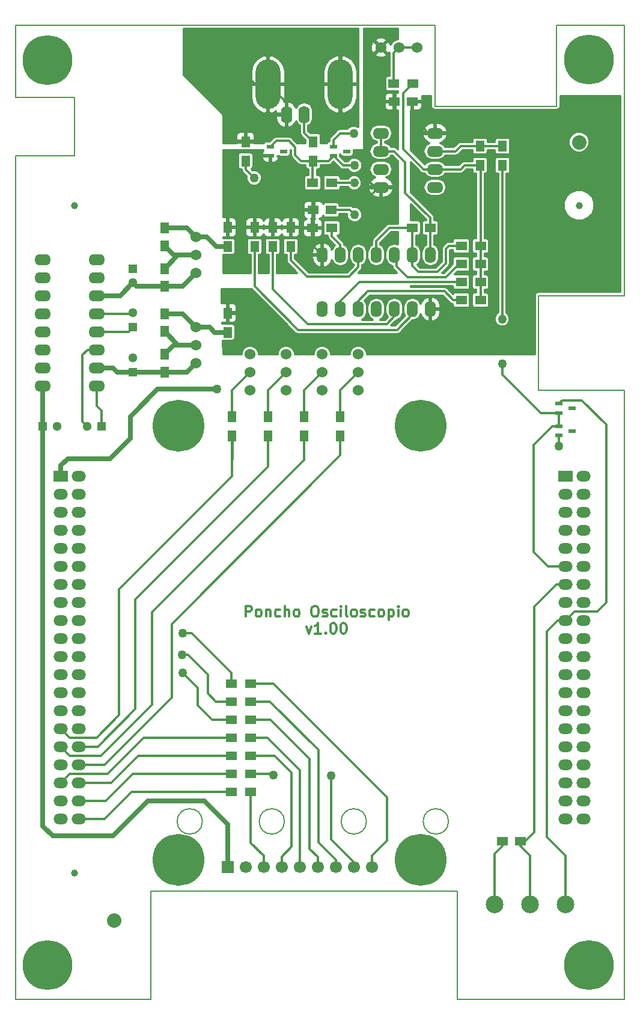
<source format=gbr>
G04 #@! TF.FileFunction,Copper,L1,Top,Signal*
%FSLAX46Y46*%
G04 Gerber Fmt 4.6, Leading zero omitted, Abs format (unit mm)*
G04 Created by KiCad (PCBNEW 4.0.2+dfsg1-2~bpo8+1-stable) date lun 17 oct 2016 15:55:52 ART*
%MOMM*%
G01*
G04 APERTURE LIST*
%ADD10C,0.100000*%
%ADD11C,0.300000*%
%ADD12C,0.150000*%
%ADD13R,2.000000X1.524000*%
%ADD14O,2.000000X1.524000*%
%ADD15C,7.000000*%
%ADD16C,1.700000*%
%ADD17C,7.300000*%
%ADD18R,1.700000X1.700000*%
%ADD19C,2.499360*%
%ADD20R,1.300000X1.500000*%
%ADD21R,1.300000X1.300000*%
%ADD22C,1.300000*%
%ADD23R,1.250000X1.500000*%
%ADD24R,1.500000X1.250000*%
%ADD25R,1.000760X0.599440*%
%ADD26O,3.500120X7.000240*%
%ADD27O,1.600200X2.499360*%
%ADD28C,1.524000*%
%ADD29R,1.500000X1.300000*%
%ADD30O,2.300000X1.600000*%
%ADD31O,1.600000X2.300000*%
%ADD32C,1.000000*%
%ADD33C,2.032000*%
%ADD34C,1.270000*%
%ADD35C,0.635000*%
%ADD36C,0.304800*%
G04 APERTURE END LIST*
D10*
D11*
X92711428Y-123938571D02*
X92711428Y-122438571D01*
X93282856Y-122438571D01*
X93425714Y-122510000D01*
X93497142Y-122581429D01*
X93568571Y-122724286D01*
X93568571Y-122938571D01*
X93497142Y-123081429D01*
X93425714Y-123152857D01*
X93282856Y-123224286D01*
X92711428Y-123224286D01*
X94425714Y-123938571D02*
X94282856Y-123867143D01*
X94211428Y-123795714D01*
X94139999Y-123652857D01*
X94139999Y-123224286D01*
X94211428Y-123081429D01*
X94282856Y-123010000D01*
X94425714Y-122938571D01*
X94639999Y-122938571D01*
X94782856Y-123010000D01*
X94854285Y-123081429D01*
X94925714Y-123224286D01*
X94925714Y-123652857D01*
X94854285Y-123795714D01*
X94782856Y-123867143D01*
X94639999Y-123938571D01*
X94425714Y-123938571D01*
X95568571Y-122938571D02*
X95568571Y-123938571D01*
X95568571Y-123081429D02*
X95639999Y-123010000D01*
X95782857Y-122938571D01*
X95997142Y-122938571D01*
X96139999Y-123010000D01*
X96211428Y-123152857D01*
X96211428Y-123938571D01*
X97568571Y-123867143D02*
X97425714Y-123938571D01*
X97140000Y-123938571D01*
X96997142Y-123867143D01*
X96925714Y-123795714D01*
X96854285Y-123652857D01*
X96854285Y-123224286D01*
X96925714Y-123081429D01*
X96997142Y-123010000D01*
X97140000Y-122938571D01*
X97425714Y-122938571D01*
X97568571Y-123010000D01*
X98211428Y-123938571D02*
X98211428Y-122438571D01*
X98854285Y-123938571D02*
X98854285Y-123152857D01*
X98782856Y-123010000D01*
X98639999Y-122938571D01*
X98425714Y-122938571D01*
X98282856Y-123010000D01*
X98211428Y-123081429D01*
X99782857Y-123938571D02*
X99639999Y-123867143D01*
X99568571Y-123795714D01*
X99497142Y-123652857D01*
X99497142Y-123224286D01*
X99568571Y-123081429D01*
X99639999Y-123010000D01*
X99782857Y-122938571D01*
X99997142Y-122938571D01*
X100139999Y-123010000D01*
X100211428Y-123081429D01*
X100282857Y-123224286D01*
X100282857Y-123652857D01*
X100211428Y-123795714D01*
X100139999Y-123867143D01*
X99997142Y-123938571D01*
X99782857Y-123938571D01*
X102354285Y-122438571D02*
X102639999Y-122438571D01*
X102782857Y-122510000D01*
X102925714Y-122652857D01*
X102997142Y-122938571D01*
X102997142Y-123438571D01*
X102925714Y-123724286D01*
X102782857Y-123867143D01*
X102639999Y-123938571D01*
X102354285Y-123938571D01*
X102211428Y-123867143D01*
X102068571Y-123724286D01*
X101997142Y-123438571D01*
X101997142Y-122938571D01*
X102068571Y-122652857D01*
X102211428Y-122510000D01*
X102354285Y-122438571D01*
X103568571Y-123867143D02*
X103711428Y-123938571D01*
X103997143Y-123938571D01*
X104140000Y-123867143D01*
X104211428Y-123724286D01*
X104211428Y-123652857D01*
X104140000Y-123510000D01*
X103997143Y-123438571D01*
X103782857Y-123438571D01*
X103640000Y-123367143D01*
X103568571Y-123224286D01*
X103568571Y-123152857D01*
X103640000Y-123010000D01*
X103782857Y-122938571D01*
X103997143Y-122938571D01*
X104140000Y-123010000D01*
X105497143Y-123867143D02*
X105354286Y-123938571D01*
X105068572Y-123938571D01*
X104925714Y-123867143D01*
X104854286Y-123795714D01*
X104782857Y-123652857D01*
X104782857Y-123224286D01*
X104854286Y-123081429D01*
X104925714Y-123010000D01*
X105068572Y-122938571D01*
X105354286Y-122938571D01*
X105497143Y-123010000D01*
X106140000Y-123938571D02*
X106140000Y-122938571D01*
X106140000Y-122438571D02*
X106068571Y-122510000D01*
X106140000Y-122581429D01*
X106211428Y-122510000D01*
X106140000Y-122438571D01*
X106140000Y-122581429D01*
X107068572Y-123938571D02*
X106925714Y-123867143D01*
X106854286Y-123724286D01*
X106854286Y-122438571D01*
X107854286Y-123938571D02*
X107711428Y-123867143D01*
X107640000Y-123795714D01*
X107568571Y-123652857D01*
X107568571Y-123224286D01*
X107640000Y-123081429D01*
X107711428Y-123010000D01*
X107854286Y-122938571D01*
X108068571Y-122938571D01*
X108211428Y-123010000D01*
X108282857Y-123081429D01*
X108354286Y-123224286D01*
X108354286Y-123652857D01*
X108282857Y-123795714D01*
X108211428Y-123867143D01*
X108068571Y-123938571D01*
X107854286Y-123938571D01*
X108925714Y-123867143D02*
X109068571Y-123938571D01*
X109354286Y-123938571D01*
X109497143Y-123867143D01*
X109568571Y-123724286D01*
X109568571Y-123652857D01*
X109497143Y-123510000D01*
X109354286Y-123438571D01*
X109140000Y-123438571D01*
X108997143Y-123367143D01*
X108925714Y-123224286D01*
X108925714Y-123152857D01*
X108997143Y-123010000D01*
X109140000Y-122938571D01*
X109354286Y-122938571D01*
X109497143Y-123010000D01*
X110854286Y-123867143D02*
X110711429Y-123938571D01*
X110425715Y-123938571D01*
X110282857Y-123867143D01*
X110211429Y-123795714D01*
X110140000Y-123652857D01*
X110140000Y-123224286D01*
X110211429Y-123081429D01*
X110282857Y-123010000D01*
X110425715Y-122938571D01*
X110711429Y-122938571D01*
X110854286Y-123010000D01*
X111711429Y-123938571D02*
X111568571Y-123867143D01*
X111497143Y-123795714D01*
X111425714Y-123652857D01*
X111425714Y-123224286D01*
X111497143Y-123081429D01*
X111568571Y-123010000D01*
X111711429Y-122938571D01*
X111925714Y-122938571D01*
X112068571Y-123010000D01*
X112140000Y-123081429D01*
X112211429Y-123224286D01*
X112211429Y-123652857D01*
X112140000Y-123795714D01*
X112068571Y-123867143D01*
X111925714Y-123938571D01*
X111711429Y-123938571D01*
X112854286Y-122938571D02*
X112854286Y-124438571D01*
X112854286Y-123010000D02*
X112997143Y-122938571D01*
X113282857Y-122938571D01*
X113425714Y-123010000D01*
X113497143Y-123081429D01*
X113568572Y-123224286D01*
X113568572Y-123652857D01*
X113497143Y-123795714D01*
X113425714Y-123867143D01*
X113282857Y-123938571D01*
X112997143Y-123938571D01*
X112854286Y-123867143D01*
X114211429Y-123938571D02*
X114211429Y-122938571D01*
X114211429Y-122438571D02*
X114140000Y-122510000D01*
X114211429Y-122581429D01*
X114282857Y-122510000D01*
X114211429Y-122438571D01*
X114211429Y-122581429D01*
X115140001Y-123938571D02*
X114997143Y-123867143D01*
X114925715Y-123795714D01*
X114854286Y-123652857D01*
X114854286Y-123224286D01*
X114925715Y-123081429D01*
X114997143Y-123010000D01*
X115140001Y-122938571D01*
X115354286Y-122938571D01*
X115497143Y-123010000D01*
X115568572Y-123081429D01*
X115640001Y-123224286D01*
X115640001Y-123652857D01*
X115568572Y-123795714D01*
X115497143Y-123867143D01*
X115354286Y-123938571D01*
X115140001Y-123938571D01*
X101282858Y-125338571D02*
X101640001Y-126338571D01*
X101997143Y-125338571D01*
X103354286Y-126338571D02*
X102497143Y-126338571D01*
X102925715Y-126338571D02*
X102925715Y-124838571D01*
X102782858Y-125052857D01*
X102640000Y-125195714D01*
X102497143Y-125267143D01*
X103997143Y-126195714D02*
X104068571Y-126267143D01*
X103997143Y-126338571D01*
X103925714Y-126267143D01*
X103997143Y-126195714D01*
X103997143Y-126338571D01*
X104997143Y-124838571D02*
X105140000Y-124838571D01*
X105282857Y-124910000D01*
X105354286Y-124981429D01*
X105425715Y-125124286D01*
X105497143Y-125410000D01*
X105497143Y-125767143D01*
X105425715Y-126052857D01*
X105354286Y-126195714D01*
X105282857Y-126267143D01*
X105140000Y-126338571D01*
X104997143Y-126338571D01*
X104854286Y-126267143D01*
X104782857Y-126195714D01*
X104711429Y-126052857D01*
X104640000Y-125767143D01*
X104640000Y-125410000D01*
X104711429Y-125124286D01*
X104782857Y-124981429D01*
X104854286Y-124910000D01*
X104997143Y-124838571D01*
X106425714Y-124838571D02*
X106568571Y-124838571D01*
X106711428Y-124910000D01*
X106782857Y-124981429D01*
X106854286Y-125124286D01*
X106925714Y-125410000D01*
X106925714Y-125767143D01*
X106854286Y-126052857D01*
X106782857Y-126195714D01*
X106711428Y-126267143D01*
X106568571Y-126338571D01*
X106425714Y-126338571D01*
X106282857Y-126267143D01*
X106211428Y-126195714D01*
X106140000Y-126052857D01*
X106068571Y-125767143D01*
X106068571Y-125410000D01*
X106140000Y-125124286D01*
X106211428Y-124981429D01*
X106282857Y-124910000D01*
X106425714Y-124838571D01*
D12*
X109728000Y-152781000D02*
G75*
G03X109728000Y-152781000I-1778000J0D01*
G01*
X86614000Y-152781000D02*
G75*
G03X86614000Y-152781000I-1778000J0D01*
G01*
X98171000Y-152781000D02*
G75*
G03X98171000Y-152781000I-1778000J0D01*
G01*
X121289530Y-152781000D02*
G75*
G03X121289530Y-152781000I-1782530J0D01*
G01*
X79375000Y-162560000D02*
X122555000Y-162560000D01*
X79375000Y-177800000D02*
X79375000Y-162560000D01*
X60325000Y-177800000D02*
X79375000Y-177800000D01*
X60325000Y-162560000D02*
X60325000Y-177800000D01*
X146050000Y-92075000D02*
X146050000Y-177800000D01*
X146050000Y-78740000D02*
X146050000Y-40640000D01*
X133985000Y-78740000D02*
X146050000Y-78740000D01*
X133985000Y-92075000D02*
X133985000Y-78740000D01*
X146050000Y-92075000D02*
X133985000Y-92075000D01*
X68580000Y-59055000D02*
X60325000Y-59055000D01*
X146050000Y-40640000D02*
X136525000Y-40640000D01*
X122555000Y-177800000D02*
X146050000Y-177800000D01*
X122555000Y-162560000D02*
X122555000Y-177800000D01*
X60325000Y-154940000D02*
X60325000Y-162560000D01*
X119380000Y-40640000D02*
X60325000Y-40640000D01*
X136525000Y-52070000D02*
X136525000Y-40640000D01*
X119380000Y-52070000D02*
X136525000Y-52070000D01*
X119380000Y-40640000D02*
X119380000Y-52070000D01*
X60325000Y-154940000D02*
X60325000Y-59055000D01*
X60325000Y-50800000D02*
X60325000Y-40640000D01*
X68580000Y-50800000D02*
X60325000Y-50800000D01*
X68580000Y-59055000D02*
X68580000Y-50800000D01*
D13*
X137795000Y-104140000D03*
D14*
X140335000Y-104140000D03*
X137795000Y-116840000D03*
X140335000Y-106680000D03*
X137795000Y-119380000D03*
X140335000Y-109220000D03*
X137795000Y-121920000D03*
X140335000Y-111760000D03*
X137795000Y-124460000D03*
X140335000Y-114300000D03*
X137795000Y-127000000D03*
X140335000Y-116840000D03*
X137795000Y-129540000D03*
X140335000Y-119380000D03*
X137795000Y-132080000D03*
X140335000Y-121920000D03*
X137795000Y-134620000D03*
X140335000Y-124460000D03*
X137795000Y-137160000D03*
X140335000Y-127000000D03*
X137795000Y-139700000D03*
X140335000Y-129540000D03*
X137795000Y-142240000D03*
X140335000Y-132080000D03*
X140335000Y-134620000D03*
X137795000Y-144780000D03*
X140335000Y-137160000D03*
X140335000Y-142240000D03*
X140335000Y-144780000D03*
X140335000Y-147320000D03*
X140335000Y-149860000D03*
X137795000Y-147320000D03*
X137795000Y-149860000D03*
X137795000Y-106680000D03*
X137795000Y-109220000D03*
X137795000Y-111760000D03*
X137795000Y-114300000D03*
X137795000Y-152400000D03*
X140335000Y-152400000D03*
X140335000Y-139700000D03*
D13*
X66675000Y-104140000D03*
D14*
X69215000Y-104140000D03*
X66675000Y-106680000D03*
X69215000Y-106680000D03*
X66675000Y-109220000D03*
X69215000Y-109220000D03*
X66675000Y-111760000D03*
X69215000Y-111760000D03*
X66675000Y-114300000D03*
X69215000Y-114300000D03*
X66675000Y-116840000D03*
X69215000Y-116840000D03*
X66675000Y-119380000D03*
X69215000Y-119380000D03*
X66675000Y-121920000D03*
X69215000Y-121920000D03*
X66675000Y-124460000D03*
X69215000Y-124460000D03*
X66675000Y-127000000D03*
X69215000Y-127000000D03*
X66675000Y-129540000D03*
X69215000Y-129540000D03*
X66675000Y-132080000D03*
X69215000Y-132080000D03*
X66675000Y-134620000D03*
X69215000Y-134620000D03*
X66675000Y-137160000D03*
X69215000Y-137160000D03*
X66675000Y-139700000D03*
X69215000Y-139700000D03*
X66675000Y-142240000D03*
X69215000Y-142240000D03*
X66675000Y-144780000D03*
X69215000Y-144780000D03*
X66675000Y-147320000D03*
X69215000Y-147320000D03*
X66675000Y-149860000D03*
X69215000Y-149860000D03*
X66675000Y-152400000D03*
X69215000Y-152400000D03*
D15*
X64770000Y-172974000D03*
X141097000Y-172974000D03*
X64770000Y-45593000D03*
X141097000Y-45466000D03*
D16*
X110490000Y-159235000D03*
X107950000Y-159235000D03*
X105410000Y-159235000D03*
X102870000Y-159235000D03*
X100330000Y-159235000D03*
X97790000Y-159235000D03*
X95250000Y-159235000D03*
X92710000Y-159235000D03*
D17*
X117380000Y-97035000D03*
X83280000Y-97035000D03*
X83280000Y-158235000D03*
X117380000Y-158235000D03*
D18*
X90170000Y-159235000D03*
D19*
X132793740Y-164465000D03*
X127792480Y-164465000D03*
X137795000Y-164465000D03*
D20*
X99060000Y-71835000D03*
X99060000Y-69135000D03*
D21*
X72390000Y-97155000D03*
D22*
X70390000Y-97155000D03*
D21*
X76835000Y-83185000D03*
D22*
X76835000Y-81185000D03*
D21*
X64135000Y-97155000D03*
D22*
X66135000Y-97155000D03*
D21*
X76835000Y-74930000D03*
D22*
X76835000Y-76930000D03*
D21*
X76835000Y-89535000D03*
D22*
X76835000Y-87535000D03*
D23*
X81280000Y-77450000D03*
X81280000Y-74950000D03*
X81280000Y-89515000D03*
X81280000Y-87015000D03*
X81280000Y-69235000D03*
X81280000Y-71735000D03*
X81280000Y-81300000D03*
X81280000Y-83800000D03*
D24*
X116225000Y-69215000D03*
X118725000Y-69215000D03*
X104755000Y-66675000D03*
X102255000Y-66675000D03*
X116185000Y-51435000D03*
X113685000Y-51435000D03*
X131425000Y-155575000D03*
X128925000Y-155575000D03*
D25*
X105095040Y-59070240D03*
X105095040Y-57769760D03*
X106994960Y-58420000D03*
X96205040Y-59070240D03*
X96205040Y-57769760D03*
X98104960Y-58420000D03*
X136845040Y-95265240D03*
X136845040Y-93964760D03*
X138744960Y-94615000D03*
X136845040Y-98440240D03*
X136845040Y-97139760D03*
X138744960Y-97790000D03*
D20*
X90170000Y-83900000D03*
X90170000Y-81200000D03*
X90170000Y-71835000D03*
X90170000Y-69135000D03*
D26*
X95867220Y-48996600D03*
X106065320Y-48996600D03*
D27*
X100965000Y-53261260D03*
X98465640Y-53261260D03*
D28*
X103505000Y-89535000D03*
X103505000Y-92075000D03*
X103505000Y-86995000D03*
X93345000Y-89535000D03*
X93345000Y-92075000D03*
X93345000Y-86995000D03*
X98425000Y-89535000D03*
X98425000Y-92075000D03*
X98425000Y-86995000D03*
X108585000Y-89535000D03*
X108585000Y-92075000D03*
X108585000Y-86995000D03*
D20*
X92710000Y-57070000D03*
X92710000Y-59770000D03*
X106045000Y-95805000D03*
X106045000Y-98505000D03*
X95885000Y-95805000D03*
X95885000Y-98505000D03*
X90805000Y-95805000D03*
X90805000Y-98505000D03*
X100965000Y-95805000D03*
X100965000Y-98505000D03*
X102235000Y-59770000D03*
X102235000Y-57070000D03*
D29*
X102155000Y-62865000D03*
X104855000Y-62865000D03*
D20*
X93980000Y-71835000D03*
X93980000Y-69135000D03*
D29*
X104855000Y-69215000D03*
X102155000Y-69215000D03*
D20*
X96520000Y-71835000D03*
X96520000Y-69135000D03*
D29*
X125810000Y-71755000D03*
X123110000Y-71755000D03*
X125810000Y-74295000D03*
X123110000Y-74295000D03*
X125810000Y-76835000D03*
X123110000Y-76835000D03*
X125810000Y-79375000D03*
X123110000Y-79375000D03*
X113585000Y-48895000D03*
X116285000Y-48895000D03*
D20*
X125730000Y-57705000D03*
X125730000Y-60405000D03*
X128905000Y-60405000D03*
X128905000Y-57705000D03*
D29*
X93425000Y-135890000D03*
X90725000Y-135890000D03*
X93425000Y-138430000D03*
X90725000Y-138430000D03*
X93425000Y-148590000D03*
X90725000Y-148590000D03*
X93425000Y-140970000D03*
X90725000Y-140970000D03*
X93425000Y-146050000D03*
X90725000Y-146050000D03*
X93425000Y-143510000D03*
X90725000Y-143510000D03*
X90725000Y-133350000D03*
X93425000Y-133350000D03*
D30*
X71755000Y-91440000D03*
X71755000Y-88900000D03*
X71755000Y-86360000D03*
X71755000Y-83820000D03*
X71755000Y-81280000D03*
X71755000Y-78740000D03*
X71755000Y-76200000D03*
X71755000Y-73660000D03*
X64135000Y-73660000D03*
X64135000Y-76200000D03*
X64135000Y-78740000D03*
X64135000Y-81280000D03*
X64135000Y-83820000D03*
X64135000Y-86360000D03*
X64135000Y-88900000D03*
X64135000Y-91440000D03*
D28*
X85725000Y-85725000D03*
X85725000Y-88265000D03*
X85725000Y-83185000D03*
X85725000Y-73025000D03*
X85725000Y-75565000D03*
X85725000Y-70485000D03*
D30*
X111760000Y-55880000D03*
X111760000Y-58420000D03*
X111760000Y-60960000D03*
X111760000Y-63500000D03*
X119380000Y-63500000D03*
X119380000Y-60960000D03*
X119380000Y-58420000D03*
X119380000Y-55880000D03*
D31*
X118745000Y-73025000D03*
X116205000Y-73025000D03*
X113665000Y-73025000D03*
X111125000Y-73025000D03*
X108585000Y-73025000D03*
X106045000Y-73025000D03*
X103505000Y-73025000D03*
X103505000Y-80645000D03*
X106045000Y-80645000D03*
X108585000Y-80645000D03*
X111125000Y-80645000D03*
X113665000Y-80645000D03*
X116205000Y-80645000D03*
X118745000Y-80645000D03*
D28*
X114300000Y-43815000D03*
X111760000Y-43815000D03*
X116840000Y-43815000D03*
D32*
X68580000Y-160020000D03*
X68580000Y-66040000D03*
X139700000Y-66040000D03*
D33*
X74168000Y-166751000D03*
D34*
X93916500Y-62166500D03*
D33*
X139700000Y-57150000D03*
D34*
X136842500Y-99949000D03*
X108013500Y-62865000D03*
X88671400Y-91897200D03*
X107950000Y-55880000D03*
X108077000Y-67360800D03*
X108026200Y-60401200D03*
X96647000Y-146240500D03*
X104711500Y-146304000D03*
X128905000Y-88328500D03*
X128841500Y-82042000D03*
X83794600Y-129336800D03*
X83845400Y-131876800D03*
X83845400Y-126238000D03*
D33*
X88265000Y-43180000D03*
D35*
X81280000Y-83800000D02*
X83205000Y-85725000D01*
X83205000Y-85725000D02*
X85725000Y-85725000D01*
X85725000Y-85725000D02*
X82570000Y-85725000D01*
X82570000Y-85725000D02*
X81280000Y-87015000D01*
X81280000Y-74950000D02*
X83205000Y-73025000D01*
X83205000Y-73025000D02*
X85725000Y-73025000D01*
X85725000Y-73025000D02*
X82570000Y-73025000D01*
X82570000Y-73025000D02*
X81280000Y-71735000D01*
D36*
X81260000Y-74930000D02*
X81280000Y-74950000D01*
X74295000Y-166878000D02*
X74168000Y-166878000D01*
X74168000Y-166751000D02*
X74295000Y-166878000D01*
X81641000Y-75057000D02*
X81661000Y-75077000D01*
X81661000Y-74442000D02*
X81661000Y-75077000D01*
X92710000Y-59770000D02*
X92710000Y-60960000D01*
X92710000Y-60960000D02*
X93916500Y-62166500D01*
X104855000Y-62865000D02*
X108013500Y-62865000D01*
X128925000Y-155575000D02*
X128925000Y-156210000D01*
X128925000Y-156210000D02*
X127792480Y-157342520D01*
X107988100Y-62839600D02*
X108013500Y-62865000D01*
X104855000Y-62865000D02*
X107988100Y-62839600D01*
X136845040Y-98440240D02*
X136845040Y-99761040D01*
X136842500Y-99763580D02*
X136842500Y-99949000D01*
X136845040Y-99761040D02*
X136842500Y-99763580D01*
X127792480Y-164465000D02*
X127792480Y-157342520D01*
X127792480Y-157342520D02*
X128925000Y-156210000D01*
D35*
X66675000Y-104140000D02*
X66675000Y-102666800D01*
X66675000Y-102666800D02*
X67640200Y-101701600D01*
X67640200Y-101701600D02*
X73558400Y-101701600D01*
X73558400Y-101701600D02*
X76454000Y-98806000D01*
X76454000Y-98806000D02*
X76454000Y-95758000D01*
X76454000Y-95758000D02*
X80314800Y-91897200D01*
X80314800Y-91897200D02*
X88671400Y-91897200D01*
D36*
X66675000Y-102666800D02*
X67640200Y-101701600D01*
D35*
X64135000Y-97155000D02*
X64135000Y-153416000D01*
X64135000Y-153416000D02*
X65532000Y-154813000D01*
X65532000Y-154813000D02*
X73977500Y-154813000D01*
X73977500Y-154813000D02*
X78930500Y-149860000D01*
X78930500Y-149860000D02*
X86868000Y-149860000D01*
X86868000Y-149860000D02*
X90170000Y-153162000D01*
X90170000Y-153162000D02*
X90170000Y-159235000D01*
X64135000Y-91440000D02*
X64135000Y-97155000D01*
D36*
X64135000Y-153416000D02*
X65532000Y-154813000D01*
X65532000Y-154813000D02*
X73977500Y-154813000D01*
X73977500Y-154813000D02*
X78930500Y-149860000D01*
X78930500Y-149860000D02*
X86868000Y-149860000D01*
X86868000Y-149860000D02*
X90170000Y-153162000D01*
X90170000Y-153162000D02*
X90170000Y-159235000D01*
X64516000Y-97155000D02*
X64389000Y-97282000D01*
X137795000Y-124460000D02*
X136652000Y-124460000D01*
X137795000Y-157607000D02*
X137795000Y-164465000D01*
X135128000Y-154940000D02*
X137795000Y-157607000D01*
X135128000Y-125984000D02*
X135128000Y-154940000D01*
X136652000Y-124460000D02*
X135128000Y-125984000D01*
X142240000Y-123190000D02*
X143510000Y-121920000D01*
X143510000Y-121920000D02*
X143510000Y-120650000D01*
X136845040Y-93964760D02*
X137337800Y-93472000D01*
X143510000Y-120650000D02*
X143510000Y-99060000D01*
X137337800Y-93472000D02*
X140081000Y-93472000D01*
X140081000Y-93472000D02*
X143510000Y-96901000D01*
X143510000Y-96901000D02*
X143510000Y-99060000D01*
X139065000Y-123190000D02*
X137795000Y-124460000D01*
X142240000Y-123190000D02*
X139065000Y-123190000D01*
X71755000Y-91440000D02*
X71755000Y-94297500D01*
X72390000Y-94932500D02*
X72390000Y-97155000D01*
X71755000Y-94297500D02*
X72390000Y-94932500D01*
X72136000Y-97155000D02*
X72263000Y-97282000D01*
X70390000Y-97155000D02*
X69723000Y-96488000D01*
X70421500Y-86360000D02*
X71755000Y-86360000D01*
X69723000Y-87058500D02*
X70421500Y-86360000D01*
X69723000Y-96488000D02*
X69723000Y-87058500D01*
X72136000Y-86487000D02*
X71272400Y-86487000D01*
X71755000Y-83820000D02*
X76200000Y-83820000D01*
X76200000Y-83820000D02*
X76835000Y-83185000D01*
X71755000Y-81280000D02*
X76740000Y-81280000D01*
X76740000Y-81280000D02*
X76835000Y-81185000D01*
X77121000Y-81407000D02*
X77216000Y-81312000D01*
D35*
X85725000Y-75565000D02*
X83840000Y-77450000D01*
X83840000Y-77450000D02*
X81280000Y-77450000D01*
X76835000Y-76930000D02*
X77355000Y-77450000D01*
X77355000Y-77450000D02*
X81280000Y-77450000D01*
X71755000Y-78740000D02*
X75025000Y-78740000D01*
X75025000Y-78740000D02*
X76835000Y-76930000D01*
D36*
X85725000Y-75565000D02*
X85598000Y-75565000D01*
X85598000Y-75565000D02*
X83713000Y-77450000D01*
X83713000Y-77450000D02*
X81280000Y-77450000D01*
X81280000Y-77450000D02*
X77355000Y-77450000D01*
X75025000Y-78740000D02*
X76835000Y-76930000D01*
X81141000Y-77057000D02*
X81661000Y-77577000D01*
D35*
X81280000Y-89515000D02*
X84475000Y-89515000D01*
X84475000Y-89515000D02*
X85725000Y-88265000D01*
X76835000Y-89535000D02*
X81260000Y-89535000D01*
X81260000Y-89535000D02*
X81280000Y-89515000D01*
X71755000Y-88900000D02*
X73977500Y-88900000D01*
X73977500Y-88900000D02*
X74612500Y-89535000D01*
X74612500Y-89535000D02*
X76835000Y-89535000D01*
D36*
X84475000Y-89515000D02*
X85725000Y-88265000D01*
X81260000Y-89535000D02*
X81280000Y-89515000D01*
X74612500Y-89535000D02*
X76835000Y-89535000D01*
X73977500Y-88900000D02*
X74612500Y-89535000D01*
X81661000Y-89642000D02*
X81641000Y-89662000D01*
D35*
X85725000Y-70485000D02*
X87249000Y-70485000D01*
X87249000Y-70485000D02*
X88599000Y-71835000D01*
X88599000Y-71835000D02*
X90170000Y-71835000D01*
X81280000Y-69235000D02*
X84475000Y-69235000D01*
X84475000Y-69235000D02*
X85725000Y-70485000D01*
D36*
X90170000Y-71835000D02*
X88599000Y-71835000D01*
X88599000Y-71835000D02*
X87249000Y-70485000D01*
X84475000Y-69235000D02*
X85725000Y-70485000D01*
D35*
X85725000Y-83185000D02*
X87630000Y-83185000D01*
X87630000Y-83185000D02*
X88345000Y-83900000D01*
X88345000Y-83900000D02*
X90170000Y-83900000D01*
X81280000Y-81300000D02*
X83840000Y-81300000D01*
X83840000Y-81300000D02*
X85725000Y-83185000D01*
D36*
X88345000Y-83900000D02*
X90170000Y-83900000D01*
X87630000Y-83185000D02*
X88345000Y-83900000D01*
X83840000Y-81300000D02*
X85725000Y-83185000D01*
X123110000Y-71755000D02*
X121348500Y-71755000D01*
X116205000Y-74549000D02*
X116205000Y-73025000D01*
X117030500Y-75374500D02*
X116205000Y-74549000D01*
X119697500Y-75374500D02*
X117030500Y-75374500D01*
X120904000Y-74168000D02*
X119697500Y-75374500D01*
X120904000Y-72199500D02*
X120904000Y-74168000D01*
X121348500Y-71755000D02*
X120904000Y-72199500D01*
X116205000Y-73025000D02*
X116205000Y-69235000D01*
X116205000Y-69235000D02*
X116225000Y-69215000D01*
X111125000Y-73025000D02*
X111125000Y-71056500D01*
X112966500Y-69215000D02*
X116225000Y-69215000D01*
X111125000Y-71056500D02*
X112966500Y-69215000D01*
X111442500Y-80645000D02*
X111442500Y-79717900D01*
X123110000Y-71755000D02*
X122631200Y-71755000D01*
X111760000Y-55880000D02*
X111760000Y-58420000D01*
X118725000Y-69215000D02*
X118725000Y-67798000D01*
X113601500Y-58420000D02*
X111760000Y-58420000D01*
X115189000Y-60007500D02*
X113601500Y-58420000D01*
X115189000Y-64262000D02*
X115189000Y-60007500D01*
X118725000Y-67798000D02*
X115189000Y-64262000D01*
X118745000Y-73025000D02*
X118745000Y-69235000D01*
X118745000Y-69235000D02*
X118725000Y-69215000D01*
X119360000Y-72727500D02*
X119062500Y-73025000D01*
X105095040Y-57769760D02*
X105095040Y-56829960D01*
X106045000Y-55880000D02*
X107950000Y-55880000D01*
X105095040Y-56829960D02*
X106045000Y-55880000D01*
X119380000Y-55880000D02*
X118491000Y-55880000D01*
X118491000Y-55880000D02*
X116185000Y-53574000D01*
X116185000Y-53574000D02*
X116185000Y-51435000D01*
X119380000Y-55880000D02*
X131318000Y-55880000D01*
X132397500Y-56959500D02*
X132397500Y-58801000D01*
X131318000Y-55880000D02*
X132397500Y-56959500D01*
X118745000Y-80645000D02*
X118745000Y-82296000D01*
X116713000Y-84328000D02*
X116255800Y-84328000D01*
X118745000Y-82296000D02*
X116713000Y-84328000D01*
X93569800Y-81200000D02*
X96697800Y-84328000D01*
X96697800Y-84328000D02*
X116255800Y-84328000D01*
X90170000Y-81200000D02*
X93569800Y-81200000D01*
X107391200Y-66675000D02*
X108077000Y-67360800D01*
X104755000Y-66675000D02*
X107391200Y-66675000D01*
X124587000Y-84328000D02*
X129159000Y-84328000D01*
X124587000Y-84328000D02*
X116255800Y-84328000D01*
X129159000Y-84328000D02*
X132397500Y-81089500D01*
X132397500Y-81089500D02*
X132397500Y-58801000D01*
X106025000Y-66675000D02*
X107391200Y-66675000D01*
X107391200Y-66675000D02*
X108077000Y-67360800D01*
X106025000Y-66675000D02*
X106045000Y-66675000D01*
X116185000Y-51435000D02*
X116840000Y-51435000D01*
X116185000Y-51435000D02*
X116185000Y-51986500D01*
X119296500Y-80879000D02*
X119062500Y-80645000D01*
X119602250Y-55403750D02*
X118929150Y-55403750D01*
X96205040Y-59070240D02*
X96205040Y-68820040D01*
X96205040Y-68820040D02*
X96520000Y-69135000D01*
X110553500Y-51435000D02*
X110553500Y-45021500D01*
X110553500Y-45021500D02*
X111760000Y-43815000D01*
X111760000Y-63500000D02*
X110934500Y-63500000D01*
X110934500Y-63500000D02*
X109537500Y-62103000D01*
X109537500Y-62103000D02*
X109537500Y-52451000D01*
X109537500Y-52451000D02*
X110553500Y-51435000D01*
X110553500Y-51435000D02*
X113685000Y-51435000D01*
X102155000Y-69215000D02*
X102155000Y-71675000D01*
X102155000Y-71675000D02*
X103505000Y-73025000D01*
X110172500Y-64833500D02*
X111982250Y-63023750D01*
X103060500Y-64833500D02*
X110172500Y-64833500D01*
X102255000Y-65639000D02*
X103060500Y-64833500D01*
X102255000Y-66675000D02*
X102255000Y-65639000D01*
X102075000Y-69135000D02*
X102155000Y-69215000D01*
X99060000Y-69135000D02*
X102075000Y-69135000D01*
X102255000Y-69115000D02*
X102155000Y-69215000D01*
X102255000Y-66675000D02*
X102255000Y-69115000D01*
X96520000Y-69135000D02*
X99060000Y-69135000D01*
X93980000Y-69135000D02*
X96520000Y-69135000D01*
X90170000Y-69135000D02*
X93980000Y-69135000D01*
X96205040Y-57769760D02*
X97015300Y-56959500D01*
X100537000Y-59770000D02*
X102235000Y-59770000D01*
X99695000Y-58928000D02*
X100537000Y-59770000D01*
X99695000Y-57848500D02*
X99695000Y-58928000D01*
X98806000Y-56959500D02*
X99695000Y-57848500D01*
X97015300Y-56959500D02*
X98806000Y-56959500D01*
X105095040Y-59070240D02*
X104395280Y-59770000D01*
X104395280Y-59770000D02*
X102235000Y-59770000D01*
X102235000Y-59770000D02*
X102155000Y-59850000D01*
X102155000Y-59850000D02*
X102155000Y-62865000D01*
X105095040Y-59070240D02*
X106426000Y-60401200D01*
X106426000Y-60401200D02*
X108026200Y-60401200D01*
X104775000Y-153035000D02*
X104775000Y-155321000D01*
X104775000Y-155321000D02*
X107950000Y-158496000D01*
X107950000Y-158496000D02*
X107950000Y-159235000D01*
X96456500Y-146050000D02*
X93425000Y-146050000D01*
X96647000Y-146240500D02*
X96456500Y-146050000D01*
X104775000Y-146367500D02*
X104711500Y-146304000D01*
X104775000Y-153035000D02*
X104775000Y-146367500D01*
X102933500Y-153606500D02*
X102933500Y-155702000D01*
X105410000Y-158178500D02*
X105410000Y-159235000D01*
X102933500Y-155702000D02*
X105410000Y-158178500D01*
X96139000Y-135890000D02*
X93425000Y-135890000D01*
X102933500Y-142684500D02*
X96139000Y-135890000D01*
X102933500Y-153606500D02*
X102933500Y-142684500D01*
X101727000Y-153924000D02*
X101727000Y-156654500D01*
X102870000Y-157797500D02*
X102870000Y-159235000D01*
X101727000Y-156654500D02*
X102870000Y-157797500D01*
X96202500Y-138430000D02*
X93425000Y-138430000D01*
X101727000Y-143954500D02*
X96202500Y-138430000D01*
X101727000Y-153924000D02*
X101727000Y-143954500D01*
X100330000Y-159235000D02*
X100330000Y-145542000D01*
X95758000Y-140970000D02*
X93425000Y-140970000D01*
X100330000Y-145542000D02*
X95758000Y-140970000D01*
X99187000Y-155003500D02*
X99187000Y-156337000D01*
X97790000Y-157734000D02*
X97790000Y-159235000D01*
X99187000Y-156337000D02*
X97790000Y-157734000D01*
X96774000Y-143510000D02*
X93425000Y-143510000D01*
X99187000Y-145923000D02*
X96774000Y-143510000D01*
X99187000Y-155003500D02*
X99187000Y-145923000D01*
X95250000Y-159235000D02*
X95250000Y-157607000D01*
X93425000Y-155782000D02*
X93425000Y-148590000D01*
X95250000Y-157607000D02*
X93425000Y-155782000D01*
X102235000Y-57070000D02*
X100965000Y-55800000D01*
X100965000Y-55800000D02*
X100965000Y-53261260D01*
X100965000Y-95805000D02*
X100965000Y-92075000D01*
X100965000Y-92075000D02*
X103505000Y-89535000D01*
X113665000Y-80645000D02*
X113665000Y-81661000D01*
X113665000Y-81661000D02*
X112585500Y-82740500D01*
X101409500Y-82740500D02*
X96520000Y-77851000D01*
X112585500Y-82740500D02*
X101409500Y-82740500D01*
X96520000Y-77851000D02*
X96520000Y-71835000D01*
X96520000Y-71835000D02*
X96520000Y-77851000D01*
X96520000Y-77851000D02*
X96520000Y-73740000D01*
X90805000Y-95805000D02*
X90805000Y-92075000D01*
X90805000Y-92075000D02*
X93345000Y-89535000D01*
X104855000Y-69215000D02*
X104855000Y-70374500D01*
X106045000Y-71564500D02*
X106045000Y-73025000D01*
X104855000Y-70374500D02*
X106045000Y-71564500D01*
X95885000Y-95805000D02*
X95885000Y-92075000D01*
X95885000Y-92075000D02*
X98425000Y-89535000D01*
X99060000Y-71835000D02*
X99060000Y-73787000D01*
X108585000Y-74739500D02*
X108585000Y-73025000D01*
X107251500Y-76073000D02*
X108585000Y-74739500D01*
X101346000Y-76073000D02*
X107251500Y-76073000D01*
X99060000Y-73787000D02*
X101346000Y-76073000D01*
X106045000Y-95805000D02*
X106045000Y-92075000D01*
X106045000Y-92075000D02*
X108585000Y-89535000D01*
X116205000Y-80645000D02*
X116205000Y-81407000D01*
X116205000Y-81407000D02*
X114046000Y-83566000D01*
X100101400Y-83566000D02*
X93980000Y-77444600D01*
X114046000Y-83566000D02*
X100101400Y-83566000D01*
X93980000Y-71835000D02*
X93980000Y-77444600D01*
X93980000Y-73740000D02*
X93980000Y-77444600D01*
X116522500Y-80645000D02*
X116522500Y-81572100D01*
X119380000Y-60960000D02*
X122999500Y-60960000D01*
X123554500Y-60405000D02*
X125730000Y-60405000D01*
X122999500Y-60960000D02*
X123554500Y-60405000D01*
X116285000Y-48895000D02*
X114935000Y-50245000D01*
X117792500Y-60960000D02*
X119380000Y-60960000D01*
X114935000Y-58102500D02*
X117792500Y-60960000D01*
X114935000Y-50245000D02*
X114935000Y-58102500D01*
X125730000Y-60405000D02*
X125810000Y-60485000D01*
X125810000Y-60485000D02*
X125810000Y-71755000D01*
X125651250Y-60483750D02*
X125730000Y-60405000D01*
X125810000Y-76835000D02*
X125810000Y-74295000D01*
X125810000Y-79375000D02*
X125810000Y-76835000D01*
X125810000Y-71755000D02*
X125810000Y-74295000D01*
X123110000Y-74295000D02*
X122783600Y-74295000D01*
X122783600Y-74295000D02*
X120929400Y-76149200D01*
X120929400Y-76149200D02*
X115493800Y-76149200D01*
X115493800Y-76149200D02*
X113982500Y-74637900D01*
X113982500Y-74637900D02*
X113982500Y-73025000D01*
X123110000Y-76835000D02*
X108712000Y-76835000D01*
X108712000Y-76835000D02*
X106045000Y-79502000D01*
X106045000Y-79502000D02*
X106045000Y-80645000D01*
X108585000Y-80645000D02*
X108585000Y-79502000D01*
X108585000Y-79502000D02*
X109956600Y-78130400D01*
X109956600Y-78130400D02*
X120726200Y-78130400D01*
X123110000Y-79375000D02*
X121970800Y-79375000D01*
X121970800Y-79375000D02*
X120726200Y-78130400D01*
X119380000Y-58420000D02*
X122301000Y-58420000D01*
X123016000Y-57705000D02*
X125730000Y-57705000D01*
X122301000Y-58420000D02*
X123016000Y-57705000D01*
X125730000Y-57705000D02*
X128905000Y-57705000D01*
X126205000Y-57705000D02*
X126285000Y-57785000D01*
X93425000Y-133350000D02*
X96583500Y-133350000D01*
X110490000Y-157607000D02*
X110490000Y-159235000D01*
X112649000Y-155448000D02*
X110490000Y-157607000D01*
X112649000Y-149415500D02*
X112649000Y-155448000D01*
X96583500Y-133350000D02*
X112649000Y-149415500D01*
X114300000Y-43815000D02*
X113585000Y-44530000D01*
X113585000Y-44530000D02*
X113585000Y-48895000D01*
X116840000Y-43815000D02*
X114300000Y-43815000D01*
X131425000Y-155575000D02*
X132060000Y-155575000D01*
X132060000Y-155575000D02*
X133350000Y-154285000D01*
X131425000Y-155575000D02*
X131425000Y-156210000D01*
X131425000Y-156210000D02*
X132793740Y-157578740D01*
X137795000Y-119380000D02*
X136525000Y-119380000D01*
X133350000Y-154285000D02*
X131425000Y-156210000D01*
X133350000Y-122555000D02*
X133350000Y-154285000D01*
X136525000Y-119380000D02*
X133350000Y-122555000D01*
X131425000Y-156210000D02*
X132793740Y-157578740D01*
X132793740Y-157578740D02*
X132793740Y-164465000D01*
X128905000Y-88328500D02*
X128905000Y-89852500D01*
X128905000Y-89852500D02*
X134317740Y-95265240D01*
X134317740Y-95265240D02*
X136845040Y-95265240D01*
X128905000Y-60405000D02*
X128905000Y-81978500D01*
X134317740Y-95265240D02*
X136845040Y-95265240D01*
X128905000Y-81978500D02*
X128841500Y-82042000D01*
X136845040Y-97139760D02*
X135905240Y-97139760D01*
X133273800Y-99771200D02*
X133273800Y-114808000D01*
X135905240Y-97139760D02*
X133273800Y-99771200D01*
X136845040Y-95265240D02*
X136845040Y-97139760D01*
X137795000Y-116840000D02*
X135305800Y-116840000D01*
X135305800Y-116840000D02*
X133273800Y-114808000D01*
X71120000Y-144780000D02*
X72834500Y-144780000D01*
X82321400Y-135293100D02*
X82321400Y-124968000D01*
X72834500Y-144780000D02*
X82321400Y-135293100D01*
X106045000Y-98505000D02*
X106045000Y-101244400D01*
X106045000Y-101244400D02*
X82321400Y-124968000D01*
X69215000Y-144780000D02*
X71120000Y-144780000D01*
X69215000Y-142240000D02*
X71882000Y-142240000D01*
X77190600Y-136931400D02*
X77190600Y-121513600D01*
X71882000Y-142240000D02*
X77190600Y-136931400D01*
X95885000Y-98505000D02*
X95885000Y-102819200D01*
X95885000Y-102819200D02*
X77190600Y-121513600D01*
X66675000Y-139700000D02*
X67945000Y-140970000D01*
X67945000Y-140970000D02*
X71691500Y-140970000D01*
X74904600Y-137756900D02*
X74904600Y-120091200D01*
X71691500Y-140970000D02*
X74904600Y-137756900D01*
X90805000Y-98505000D02*
X90805000Y-104190800D01*
X90805000Y-104190800D02*
X74904600Y-120091200D01*
X90855800Y-101803200D02*
X90855800Y-98555800D01*
X90855800Y-98555800D02*
X90805000Y-98505000D01*
X90855800Y-101803200D02*
X90855800Y-101752400D01*
X70675500Y-143510000D02*
X72326500Y-143510000D01*
X79527400Y-136309100D02*
X79527400Y-123291600D01*
X72326500Y-143510000D02*
X79527400Y-136309100D01*
X100965000Y-98505000D02*
X100965000Y-101854000D01*
X100965000Y-101854000D02*
X79527400Y-123291600D01*
X67945000Y-143510000D02*
X66675000Y-142240000D01*
X70675500Y-143510000D02*
X67945000Y-143510000D01*
X90725000Y-135890000D02*
X88519000Y-135890000D01*
X84569300Y-129336800D02*
X83794600Y-129336800D01*
X87376000Y-132143500D02*
X84569300Y-129336800D01*
X87376000Y-134747000D02*
X87376000Y-132143500D01*
X88519000Y-135890000D02*
X87376000Y-134747000D01*
X90725000Y-138430000D02*
X87947500Y-138430000D01*
X85915500Y-133946900D02*
X83845400Y-131876800D01*
X85915500Y-136398000D02*
X85915500Y-133946900D01*
X87947500Y-138430000D02*
X85915500Y-136398000D01*
X72834500Y-152400000D02*
X76644500Y-148590000D01*
X76644500Y-148590000D02*
X90725000Y-148590000D01*
X72834500Y-152400000D02*
X72771000Y-152400000D01*
X72771000Y-152400000D02*
X69215000Y-152400000D01*
X71374000Y-146050000D02*
X73279000Y-146050000D01*
X78359000Y-140970000D02*
X90725000Y-140970000D01*
X73279000Y-146050000D02*
X78359000Y-140970000D01*
X67945000Y-146050000D02*
X66675000Y-147320000D01*
X71374000Y-146050000D02*
X67945000Y-146050000D01*
X71755000Y-149860000D02*
X72961500Y-149860000D01*
X76771500Y-146050000D02*
X90725000Y-146050000D01*
X72961500Y-149860000D02*
X76771500Y-146050000D01*
X69215000Y-149860000D02*
X71755000Y-149860000D01*
X90725000Y-146050000D02*
X90170000Y-146050000D01*
X71501000Y-147320000D02*
X73787000Y-147320000D01*
X77597000Y-143510000D02*
X90725000Y-143510000D01*
X73787000Y-147320000D02*
X77597000Y-143510000D01*
X71501000Y-147320000D02*
X69215000Y-147320000D01*
X90725000Y-133350000D02*
X90725000Y-131873000D01*
X85090000Y-126238000D02*
X83845400Y-126238000D01*
X90725000Y-131873000D02*
X85090000Y-126238000D01*
X92710000Y-57070000D02*
X92710000Y-54737000D01*
X94185740Y-53261260D02*
X98465640Y-53261260D01*
X92710000Y-54737000D02*
X94185740Y-53261260D01*
X92710000Y-57070000D02*
X92710000Y-56642000D01*
X95867220Y-48996600D02*
X94081600Y-48996600D01*
X94081600Y-48996600D02*
X88265000Y-43180000D01*
X98465640Y-53261260D02*
X98465640Y-51595020D01*
X98465640Y-51595020D02*
X95867220Y-48996600D01*
X95867220Y-48996600D02*
X106065320Y-48996600D01*
G36*
X108559600Y-54950512D02*
X108168205Y-54787990D01*
X107733701Y-54787611D01*
X107332127Y-54953538D01*
X107024618Y-55260511D01*
X107020512Y-55270400D01*
X106045000Y-55270400D01*
X105811716Y-55316803D01*
X105613947Y-55448948D01*
X104663988Y-56398908D01*
X104531843Y-56596676D01*
X104485440Y-56829960D01*
X104485440Y-57024434D01*
X104425232Y-57035763D01*
X104269622Y-57135895D01*
X104190565Y-57251600D01*
X103351157Y-57251600D01*
X103351157Y-56320000D01*
X103319277Y-56150572D01*
X103219145Y-55994962D01*
X103066361Y-55890570D01*
X102885000Y-55853843D01*
X101880947Y-55853843D01*
X101574600Y-55547496D01*
X101574600Y-54820045D01*
X101854045Y-54633325D01*
X102126594Y-54225428D01*
X102222300Y-53744280D01*
X102222300Y-52778240D01*
X102126594Y-52297092D01*
X101854045Y-51889195D01*
X101446148Y-51616646D01*
X100965000Y-51520940D01*
X100483852Y-51616646D01*
X100075955Y-51889195D01*
X99810724Y-52286140D01*
X99776085Y-52158905D01*
X99426527Y-51707109D01*
X98930683Y-51423474D01*
X98793908Y-51388549D01*
X98567240Y-51520270D01*
X98567240Y-53159660D01*
X98587240Y-53159660D01*
X98587240Y-53362860D01*
X98567240Y-53362860D01*
X98567240Y-55002250D01*
X98793908Y-55133971D01*
X98930683Y-55099046D01*
X99426527Y-54815411D01*
X99776085Y-54363615D01*
X99810724Y-54236380D01*
X100075955Y-54633325D01*
X100355400Y-54820045D01*
X100355400Y-55800000D01*
X100401803Y-56033284D01*
X100533948Y-56231052D01*
X101118843Y-56815947D01*
X101118843Y-57251600D01*
X99960204Y-57251600D01*
X99237052Y-56528448D01*
X99039284Y-56396303D01*
X98806000Y-56349900D01*
X97015300Y-56349900D01*
X96782016Y-56396303D01*
X96762116Y-56409600D01*
X96584248Y-56528447D01*
X96108813Y-57003883D01*
X95704660Y-57003883D01*
X95535232Y-57035763D01*
X95379622Y-57135895D01*
X95300565Y-57251600D01*
X93935300Y-57251600D01*
X93855300Y-57171600D01*
X92811600Y-57171600D01*
X92811600Y-57191600D01*
X92608400Y-57191600D01*
X92608400Y-57171600D01*
X91564700Y-57171600D01*
X91484700Y-57251600D01*
X89560400Y-57251600D01*
X89560400Y-56188638D01*
X91399600Y-56188638D01*
X91399600Y-56803300D01*
X91564700Y-56968400D01*
X92608400Y-56968400D01*
X92608400Y-55824700D01*
X92811600Y-55824700D01*
X92811600Y-56968400D01*
X93855300Y-56968400D01*
X94020400Y-56803300D01*
X94020400Y-56188638D01*
X93919860Y-55945913D01*
X93734086Y-55760140D01*
X93491361Y-55659600D01*
X92976700Y-55659600D01*
X92811600Y-55824700D01*
X92608400Y-55824700D01*
X92443300Y-55659600D01*
X91928639Y-55659600D01*
X91685914Y-55760140D01*
X91500140Y-55945913D01*
X91399600Y-56188638D01*
X89560400Y-56188638D01*
X89560400Y-53362860D01*
X97005140Y-53362860D01*
X97005140Y-53812440D01*
X97155195Y-54363615D01*
X97504753Y-54815411D01*
X98000597Y-55099046D01*
X98137372Y-55133971D01*
X98364040Y-55002250D01*
X98364040Y-53362860D01*
X97005140Y-53362860D01*
X89560400Y-53362860D01*
X89560400Y-53340000D01*
X89548393Y-53280708D01*
X89515763Y-53232237D01*
X85381726Y-49098200D01*
X93456760Y-49098200D01*
X93456760Y-50848260D01*
X93679126Y-51762969D01*
X94234609Y-52522954D01*
X95038642Y-53012515D01*
X95390127Y-53109434D01*
X95765620Y-52989720D01*
X95765620Y-49098200D01*
X95968820Y-49098200D01*
X95968820Y-52989720D01*
X96344313Y-53109434D01*
X96695798Y-53012515D01*
X97005140Y-52824162D01*
X97005140Y-53159660D01*
X98364040Y-53159660D01*
X98364040Y-51520270D01*
X98145226Y-51393113D01*
X98277680Y-50848260D01*
X98277680Y-49098200D01*
X103654860Y-49098200D01*
X103654860Y-50848260D01*
X103877226Y-51762969D01*
X104432709Y-52522954D01*
X105236742Y-53012515D01*
X105588227Y-53109434D01*
X105963720Y-52989720D01*
X105963720Y-49098200D01*
X106166920Y-49098200D01*
X106166920Y-52989720D01*
X106542413Y-53109434D01*
X106893898Y-53012515D01*
X107697931Y-52522954D01*
X108253414Y-51762969D01*
X108475780Y-50848260D01*
X108475780Y-49098200D01*
X106166920Y-49098200D01*
X105963720Y-49098200D01*
X103654860Y-49098200D01*
X98277680Y-49098200D01*
X95968820Y-49098200D01*
X95765620Y-49098200D01*
X93456760Y-49098200D01*
X85381726Y-49098200D01*
X83972400Y-47688874D01*
X83972400Y-47144940D01*
X93456760Y-47144940D01*
X93456760Y-48895000D01*
X95765620Y-48895000D01*
X95765620Y-45003480D01*
X95968820Y-45003480D01*
X95968820Y-48895000D01*
X98277680Y-48895000D01*
X98277680Y-47144940D01*
X103654860Y-47144940D01*
X103654860Y-48895000D01*
X105963720Y-48895000D01*
X105963720Y-45003480D01*
X106166920Y-45003480D01*
X106166920Y-48895000D01*
X108475780Y-48895000D01*
X108475780Y-47144940D01*
X108253414Y-46230231D01*
X107697931Y-45470246D01*
X106893898Y-44980685D01*
X106542413Y-44883766D01*
X106166920Y-45003480D01*
X105963720Y-45003480D01*
X105588227Y-44883766D01*
X105236742Y-44980685D01*
X104432709Y-45470246D01*
X103877226Y-46230231D01*
X103654860Y-47144940D01*
X98277680Y-47144940D01*
X98055314Y-46230231D01*
X97499831Y-45470246D01*
X96695798Y-44980685D01*
X96344313Y-44883766D01*
X95968820Y-45003480D01*
X95765620Y-45003480D01*
X95390127Y-44883766D01*
X95038642Y-44980685D01*
X94234609Y-45470246D01*
X93679126Y-46230231D01*
X93456760Y-47144940D01*
X83972400Y-47144940D01*
X83972400Y-41172200D01*
X108559600Y-41172200D01*
X108559600Y-54950512D01*
X108559600Y-54950512D01*
G37*
X108559600Y-54950512D02*
X108168205Y-54787990D01*
X107733701Y-54787611D01*
X107332127Y-54953538D01*
X107024618Y-55260511D01*
X107020512Y-55270400D01*
X106045000Y-55270400D01*
X105811716Y-55316803D01*
X105613947Y-55448948D01*
X104663988Y-56398908D01*
X104531843Y-56596676D01*
X104485440Y-56829960D01*
X104485440Y-57024434D01*
X104425232Y-57035763D01*
X104269622Y-57135895D01*
X104190565Y-57251600D01*
X103351157Y-57251600D01*
X103351157Y-56320000D01*
X103319277Y-56150572D01*
X103219145Y-55994962D01*
X103066361Y-55890570D01*
X102885000Y-55853843D01*
X101880947Y-55853843D01*
X101574600Y-55547496D01*
X101574600Y-54820045D01*
X101854045Y-54633325D01*
X102126594Y-54225428D01*
X102222300Y-53744280D01*
X102222300Y-52778240D01*
X102126594Y-52297092D01*
X101854045Y-51889195D01*
X101446148Y-51616646D01*
X100965000Y-51520940D01*
X100483852Y-51616646D01*
X100075955Y-51889195D01*
X99810724Y-52286140D01*
X99776085Y-52158905D01*
X99426527Y-51707109D01*
X98930683Y-51423474D01*
X98793908Y-51388549D01*
X98567240Y-51520270D01*
X98567240Y-53159660D01*
X98587240Y-53159660D01*
X98587240Y-53362860D01*
X98567240Y-53362860D01*
X98567240Y-55002250D01*
X98793908Y-55133971D01*
X98930683Y-55099046D01*
X99426527Y-54815411D01*
X99776085Y-54363615D01*
X99810724Y-54236380D01*
X100075955Y-54633325D01*
X100355400Y-54820045D01*
X100355400Y-55800000D01*
X100401803Y-56033284D01*
X100533948Y-56231052D01*
X101118843Y-56815947D01*
X101118843Y-57251600D01*
X99960204Y-57251600D01*
X99237052Y-56528448D01*
X99039284Y-56396303D01*
X98806000Y-56349900D01*
X97015300Y-56349900D01*
X96782016Y-56396303D01*
X96762116Y-56409600D01*
X96584248Y-56528447D01*
X96108813Y-57003883D01*
X95704660Y-57003883D01*
X95535232Y-57035763D01*
X95379622Y-57135895D01*
X95300565Y-57251600D01*
X93935300Y-57251600D01*
X93855300Y-57171600D01*
X92811600Y-57171600D01*
X92811600Y-57191600D01*
X92608400Y-57191600D01*
X92608400Y-57171600D01*
X91564700Y-57171600D01*
X91484700Y-57251600D01*
X89560400Y-57251600D01*
X89560400Y-56188638D01*
X91399600Y-56188638D01*
X91399600Y-56803300D01*
X91564700Y-56968400D01*
X92608400Y-56968400D01*
X92608400Y-55824700D01*
X92811600Y-55824700D01*
X92811600Y-56968400D01*
X93855300Y-56968400D01*
X94020400Y-56803300D01*
X94020400Y-56188638D01*
X93919860Y-55945913D01*
X93734086Y-55760140D01*
X93491361Y-55659600D01*
X92976700Y-55659600D01*
X92811600Y-55824700D01*
X92608400Y-55824700D01*
X92443300Y-55659600D01*
X91928639Y-55659600D01*
X91685914Y-55760140D01*
X91500140Y-55945913D01*
X91399600Y-56188638D01*
X89560400Y-56188638D01*
X89560400Y-53362860D01*
X97005140Y-53362860D01*
X97005140Y-53812440D01*
X97155195Y-54363615D01*
X97504753Y-54815411D01*
X98000597Y-55099046D01*
X98137372Y-55133971D01*
X98364040Y-55002250D01*
X98364040Y-53362860D01*
X97005140Y-53362860D01*
X89560400Y-53362860D01*
X89560400Y-53340000D01*
X89548393Y-53280708D01*
X89515763Y-53232237D01*
X85381726Y-49098200D01*
X93456760Y-49098200D01*
X93456760Y-50848260D01*
X93679126Y-51762969D01*
X94234609Y-52522954D01*
X95038642Y-53012515D01*
X95390127Y-53109434D01*
X95765620Y-52989720D01*
X95765620Y-49098200D01*
X95968820Y-49098200D01*
X95968820Y-52989720D01*
X96344313Y-53109434D01*
X96695798Y-53012515D01*
X97005140Y-52824162D01*
X97005140Y-53159660D01*
X98364040Y-53159660D01*
X98364040Y-51520270D01*
X98145226Y-51393113D01*
X98277680Y-50848260D01*
X98277680Y-49098200D01*
X103654860Y-49098200D01*
X103654860Y-50848260D01*
X103877226Y-51762969D01*
X104432709Y-52522954D01*
X105236742Y-53012515D01*
X105588227Y-53109434D01*
X105963720Y-52989720D01*
X105963720Y-49098200D01*
X106166920Y-49098200D01*
X106166920Y-52989720D01*
X106542413Y-53109434D01*
X106893898Y-53012515D01*
X107697931Y-52522954D01*
X108253414Y-51762969D01*
X108475780Y-50848260D01*
X108475780Y-49098200D01*
X106166920Y-49098200D01*
X105963720Y-49098200D01*
X103654860Y-49098200D01*
X98277680Y-49098200D01*
X95968820Y-49098200D01*
X95765620Y-49098200D01*
X93456760Y-49098200D01*
X85381726Y-49098200D01*
X83972400Y-47688874D01*
X83972400Y-47144940D01*
X93456760Y-47144940D01*
X93456760Y-48895000D01*
X95765620Y-48895000D01*
X95765620Y-45003480D01*
X95968820Y-45003480D01*
X95968820Y-48895000D01*
X98277680Y-48895000D01*
X98277680Y-47144940D01*
X103654860Y-47144940D01*
X103654860Y-48895000D01*
X105963720Y-48895000D01*
X105963720Y-45003480D01*
X106166920Y-45003480D01*
X106166920Y-48895000D01*
X108475780Y-48895000D01*
X108475780Y-47144940D01*
X108253414Y-46230231D01*
X107697931Y-45470246D01*
X106893898Y-44980685D01*
X106542413Y-44883766D01*
X106166920Y-45003480D01*
X105963720Y-45003480D01*
X105588227Y-44883766D01*
X105236742Y-44980685D01*
X104432709Y-45470246D01*
X103877226Y-46230231D01*
X103654860Y-47144940D01*
X98277680Y-47144940D01*
X98055314Y-46230231D01*
X97499831Y-45470246D01*
X96695798Y-44980685D01*
X96344313Y-44883766D01*
X95968820Y-45003480D01*
X95765620Y-45003480D01*
X95390127Y-44883766D01*
X95038642Y-44980685D01*
X94234609Y-45470246D01*
X93679126Y-46230231D01*
X93456760Y-47144940D01*
X83972400Y-47144940D01*
X83972400Y-41172200D01*
X108559600Y-41172200D01*
X108559600Y-54950512D01*
G36*
X118847800Y-52070000D02*
X118888311Y-52273664D01*
X119003678Y-52446322D01*
X119176336Y-52561689D01*
X119380000Y-52602200D01*
X136525000Y-52602200D01*
X136728664Y-52561689D01*
X136901322Y-52446322D01*
X137016689Y-52273664D01*
X137057200Y-52070000D01*
X137057200Y-50698400D01*
X145517800Y-50698400D01*
X145517800Y-78207800D01*
X133985000Y-78207800D01*
X133781336Y-78248311D01*
X133608678Y-78363678D01*
X133493311Y-78536336D01*
X133452800Y-78740000D01*
X133452800Y-86969600D01*
X109804223Y-86969600D01*
X109804412Y-86753550D01*
X109619191Y-86305281D01*
X109276523Y-85962015D01*
X108828578Y-85776012D01*
X108343550Y-85775588D01*
X107895281Y-85960809D01*
X107552015Y-86303477D01*
X107366012Y-86751422D01*
X107365821Y-86969600D01*
X104724223Y-86969600D01*
X104724412Y-86753550D01*
X104539191Y-86305281D01*
X104196523Y-85962015D01*
X103748578Y-85776012D01*
X103263550Y-85775588D01*
X102815281Y-85960809D01*
X102472015Y-86303477D01*
X102286012Y-86751422D01*
X102285821Y-86969600D01*
X99644223Y-86969600D01*
X99644412Y-86753550D01*
X99459191Y-86305281D01*
X99116523Y-85962015D01*
X98668578Y-85776012D01*
X98183550Y-85775588D01*
X97735281Y-85960809D01*
X97392015Y-86303477D01*
X97206012Y-86751422D01*
X97205821Y-86969600D01*
X94564223Y-86969600D01*
X94564412Y-86753550D01*
X94379191Y-86305281D01*
X94036523Y-85962015D01*
X93588578Y-85776012D01*
X93103550Y-85775588D01*
X92655281Y-85960809D01*
X92312015Y-86303477D01*
X92126012Y-86751422D01*
X92125821Y-86969600D01*
X89556336Y-86969600D01*
X89506167Y-85113356D01*
X89520000Y-85116157D01*
X90820000Y-85116157D01*
X90989428Y-85084277D01*
X91145038Y-84984145D01*
X91249430Y-84831361D01*
X91286157Y-84650000D01*
X91286157Y-83150000D01*
X91254277Y-82980572D01*
X91154145Y-82824962D01*
X91001361Y-82720570D01*
X90820000Y-82683843D01*
X89520000Y-82683843D01*
X89440907Y-82698725D01*
X89438520Y-82610400D01*
X89903300Y-82610400D01*
X90068400Y-82445300D01*
X90068400Y-81301600D01*
X90271600Y-81301600D01*
X90271600Y-82445300D01*
X90436700Y-82610400D01*
X90951361Y-82610400D01*
X91194086Y-82509860D01*
X91379860Y-82324087D01*
X91480400Y-82081362D01*
X91480400Y-81466700D01*
X91315300Y-81301600D01*
X90271600Y-81301600D01*
X90068400Y-81301600D01*
X90048400Y-81301600D01*
X90048400Y-81098400D01*
X90068400Y-81098400D01*
X90068400Y-79954700D01*
X90271600Y-79954700D01*
X90271600Y-81098400D01*
X91315300Y-81098400D01*
X91480400Y-80933300D01*
X91480400Y-80318638D01*
X91379860Y-80075913D01*
X91194086Y-79890140D01*
X90951361Y-79789600D01*
X90436700Y-79789600D01*
X90271600Y-79954700D01*
X90068400Y-79954700D01*
X89903300Y-79789600D01*
X89388639Y-79789600D01*
X89362574Y-79800397D01*
X89310574Y-77876400D01*
X93549696Y-77876400D01*
X99670348Y-83997052D01*
X99868116Y-84129197D01*
X100101400Y-84175600D01*
X114046000Y-84175600D01*
X114279284Y-84129197D01*
X114477052Y-83997052D01*
X116192836Y-82281268D01*
X116205000Y-82283687D01*
X116686110Y-82187988D01*
X117093975Y-81915462D01*
X117366501Y-81507597D01*
X117379163Y-81443940D01*
X117434647Y-81647737D01*
X117784183Y-82099501D01*
X118279995Y-82383115D01*
X118416747Y-82418032D01*
X118643400Y-82286309D01*
X118643400Y-80746600D01*
X118846600Y-80746600D01*
X118846600Y-82286309D01*
X119073253Y-82418032D01*
X119210005Y-82383115D01*
X119428207Y-82258299D01*
X127749111Y-82258299D01*
X127915038Y-82659873D01*
X128222011Y-82967382D01*
X128623295Y-83134010D01*
X129057799Y-83134389D01*
X129459373Y-82968462D01*
X129766882Y-82661489D01*
X129933510Y-82260205D01*
X129933889Y-81825701D01*
X129767962Y-81424127D01*
X129514600Y-81170323D01*
X129514600Y-66471013D01*
X137523223Y-66471013D01*
X137853862Y-67271221D01*
X138465559Y-67883986D01*
X139265188Y-68216021D01*
X140131013Y-68216777D01*
X140931221Y-67886138D01*
X141543986Y-67274441D01*
X141876021Y-66474812D01*
X141876777Y-65608987D01*
X141546138Y-64808779D01*
X140934441Y-64196014D01*
X140134812Y-63863979D01*
X139268987Y-63863223D01*
X138468779Y-64193862D01*
X137856014Y-64805559D01*
X137523979Y-65605188D01*
X137523223Y-66471013D01*
X129514600Y-66471013D01*
X129514600Y-61621157D01*
X129555000Y-61621157D01*
X129724428Y-61589277D01*
X129880038Y-61489145D01*
X129984430Y-61336361D01*
X130021157Y-61155000D01*
X130021157Y-59655000D01*
X129989277Y-59485572D01*
X129889145Y-59329962D01*
X129736361Y-59225570D01*
X129555000Y-59188843D01*
X128255000Y-59188843D01*
X128085572Y-59220723D01*
X127929962Y-59320855D01*
X127825570Y-59473639D01*
X127788843Y-59655000D01*
X127788843Y-61155000D01*
X127820723Y-61324428D01*
X127920855Y-61480038D01*
X128073639Y-61584430D01*
X128255000Y-61621157D01*
X128295400Y-61621157D01*
X128295400Y-81085882D01*
X128223627Y-81115538D01*
X127916118Y-81422511D01*
X127749490Y-81823795D01*
X127749111Y-82258299D01*
X119428207Y-82258299D01*
X119705817Y-82099501D01*
X120055353Y-81647737D01*
X120205400Y-81096600D01*
X120205400Y-80746600D01*
X118846600Y-80746600D01*
X118643400Y-80746600D01*
X118623400Y-80746600D01*
X118623400Y-80543400D01*
X118643400Y-80543400D01*
X118643400Y-79003691D01*
X118846600Y-79003691D01*
X118846600Y-80543400D01*
X120205400Y-80543400D01*
X120205400Y-80193400D01*
X120055353Y-79642263D01*
X119705817Y-79190499D01*
X119210005Y-78906885D01*
X119073253Y-78871968D01*
X118846600Y-79003691D01*
X118643400Y-79003691D01*
X118416747Y-78871968D01*
X118279995Y-78906885D01*
X117784183Y-79190499D01*
X117434647Y-79642263D01*
X117379163Y-79846060D01*
X117366501Y-79782403D01*
X117093975Y-79374538D01*
X116686110Y-79102012D01*
X116205000Y-79006313D01*
X115723890Y-79102012D01*
X115316025Y-79374538D01*
X115043499Y-79782403D01*
X114947800Y-80263513D01*
X114947800Y-81026487D01*
X115043499Y-81507597D01*
X115123127Y-81626769D01*
X113793496Y-82956400D01*
X113231704Y-82956400D01*
X113963866Y-82224239D01*
X114146110Y-82187988D01*
X114553975Y-81915462D01*
X114826501Y-81507597D01*
X114922200Y-81026487D01*
X114922200Y-80263513D01*
X114826501Y-79782403D01*
X114553975Y-79374538D01*
X114146110Y-79102012D01*
X113665000Y-79006313D01*
X113183890Y-79102012D01*
X112776025Y-79374538D01*
X112503499Y-79782403D01*
X112407800Y-80263513D01*
X112407800Y-81026487D01*
X112503499Y-81507597D01*
X112684865Y-81779031D01*
X112332996Y-82130900D01*
X111691548Y-82130900D01*
X112013975Y-81915462D01*
X112286501Y-81507597D01*
X112382200Y-81026487D01*
X112382200Y-80263513D01*
X112286501Y-79782403D01*
X112013975Y-79374538D01*
X111606110Y-79102012D01*
X111125000Y-79006313D01*
X110643890Y-79102012D01*
X110236025Y-79374538D01*
X109963499Y-79782403D01*
X109867800Y-80263513D01*
X109867800Y-81026487D01*
X109963499Y-81507597D01*
X110236025Y-81915462D01*
X110558452Y-82130900D01*
X109151548Y-82130900D01*
X109473975Y-81915462D01*
X109746501Y-81507597D01*
X109842200Y-81026487D01*
X109842200Y-80263513D01*
X109746501Y-79782403D01*
X109514266Y-79434838D01*
X110209105Y-78740000D01*
X120473696Y-78740000D01*
X121539748Y-79806052D01*
X121737516Y-79938197D01*
X121893843Y-79969292D01*
X121893843Y-80025000D01*
X121925723Y-80194428D01*
X122025855Y-80350038D01*
X122178639Y-80454430D01*
X122360000Y-80491157D01*
X123860000Y-80491157D01*
X124029428Y-80459277D01*
X124185038Y-80359145D01*
X124289430Y-80206361D01*
X124326157Y-80025000D01*
X124326157Y-78725000D01*
X124294277Y-78555572D01*
X124194145Y-78399962D01*
X124041361Y-78295570D01*
X123860000Y-78258843D01*
X122360000Y-78258843D01*
X122190572Y-78290723D01*
X122034962Y-78390855D01*
X121959379Y-78501475D01*
X121157252Y-77699348D01*
X120959484Y-77567203D01*
X120726200Y-77520800D01*
X115976400Y-77520800D01*
X115976400Y-77444600D01*
X121893843Y-77444600D01*
X121893843Y-77485000D01*
X121925723Y-77654428D01*
X122025855Y-77810038D01*
X122178639Y-77914430D01*
X122360000Y-77951157D01*
X123860000Y-77951157D01*
X124029428Y-77919277D01*
X124185038Y-77819145D01*
X124289430Y-77666361D01*
X124326157Y-77485000D01*
X124326157Y-76185000D01*
X124294277Y-76015572D01*
X124194145Y-75859962D01*
X124041361Y-75755570D01*
X123860000Y-75718843D01*
X122360000Y-75718843D01*
X122190572Y-75750723D01*
X122188914Y-75751790D01*
X122529547Y-75411157D01*
X123860000Y-75411157D01*
X124029428Y-75379277D01*
X124185038Y-75279145D01*
X124289430Y-75126361D01*
X124326157Y-74945000D01*
X124326157Y-73645000D01*
X124294277Y-73475572D01*
X124194145Y-73319962D01*
X124041361Y-73215570D01*
X123860000Y-73178843D01*
X122360000Y-73178843D01*
X122190572Y-73210723D01*
X122034962Y-73310855D01*
X121930570Y-73463639D01*
X121893843Y-73645000D01*
X121893843Y-74322653D01*
X120676896Y-75539600D01*
X120394504Y-75539600D01*
X121335053Y-74599052D01*
X121414267Y-74480498D01*
X121467197Y-74401284D01*
X121513600Y-74168000D01*
X121513600Y-72452004D01*
X121601004Y-72364600D01*
X121893843Y-72364600D01*
X121893843Y-72405000D01*
X121925723Y-72574428D01*
X122025855Y-72730038D01*
X122178639Y-72834430D01*
X122360000Y-72871157D01*
X123860000Y-72871157D01*
X124029428Y-72839277D01*
X124185038Y-72739145D01*
X124289430Y-72586361D01*
X124326157Y-72405000D01*
X124326157Y-71105000D01*
X124294277Y-70935572D01*
X124194145Y-70779962D01*
X124041361Y-70675570D01*
X123860000Y-70638843D01*
X122360000Y-70638843D01*
X122190572Y-70670723D01*
X122034962Y-70770855D01*
X121930570Y-70923639D01*
X121893843Y-71105000D01*
X121893843Y-71145400D01*
X121348500Y-71145400D01*
X121115216Y-71191803D01*
X120917448Y-71323948D01*
X120472948Y-71768448D01*
X120340803Y-71966216D01*
X120294400Y-72199500D01*
X120294400Y-73915495D01*
X119444996Y-74764900D01*
X117283005Y-74764900D01*
X116925882Y-74407778D01*
X117093975Y-74295462D01*
X117366501Y-73887597D01*
X117462200Y-73406487D01*
X117462200Y-72643513D01*
X117366501Y-72162403D01*
X117093975Y-71754538D01*
X116814600Y-71567866D01*
X116814600Y-70306157D01*
X116975000Y-70306157D01*
X117144428Y-70274277D01*
X117300038Y-70174145D01*
X117404430Y-70021361D01*
X117441157Y-69840000D01*
X117441157Y-68590000D01*
X117409277Y-68420572D01*
X117309145Y-68264962D01*
X117156361Y-68160570D01*
X116975000Y-68123843D01*
X115976400Y-68123843D01*
X115976400Y-65911504D01*
X118115400Y-68050504D01*
X118115400Y-68123843D01*
X117975000Y-68123843D01*
X117805572Y-68155723D01*
X117649962Y-68255855D01*
X117545570Y-68408639D01*
X117508843Y-68590000D01*
X117508843Y-69840000D01*
X117540723Y-70009428D01*
X117640855Y-70165038D01*
X117793639Y-70269430D01*
X117975000Y-70306157D01*
X118135400Y-70306157D01*
X118135400Y-71567866D01*
X117856025Y-71754538D01*
X117583499Y-72162403D01*
X117487800Y-72643513D01*
X117487800Y-73406487D01*
X117583499Y-73887597D01*
X117856025Y-74295462D01*
X118263890Y-74567988D01*
X118745000Y-74663687D01*
X119226110Y-74567988D01*
X119633975Y-74295462D01*
X119906501Y-73887597D01*
X120002200Y-73406487D01*
X120002200Y-72643513D01*
X119906501Y-72162403D01*
X119633975Y-71754538D01*
X119354600Y-71567866D01*
X119354600Y-70306157D01*
X119475000Y-70306157D01*
X119644428Y-70274277D01*
X119800038Y-70174145D01*
X119904430Y-70021361D01*
X119941157Y-69840000D01*
X119941157Y-68590000D01*
X119909277Y-68420572D01*
X119809145Y-68264962D01*
X119656361Y-68160570D01*
X119475000Y-68123843D01*
X119334600Y-68123843D01*
X119334600Y-67798000D01*
X119288197Y-67564716D01*
X119156052Y-67366948D01*
X115976400Y-64187296D01*
X115976400Y-63500000D01*
X117741313Y-63500000D01*
X117837012Y-63981110D01*
X118109538Y-64388975D01*
X118517403Y-64661501D01*
X118998513Y-64757200D01*
X119761487Y-64757200D01*
X120242597Y-64661501D01*
X120650462Y-64388975D01*
X120922988Y-63981110D01*
X121018687Y-63500000D01*
X120922988Y-63018890D01*
X120650462Y-62611025D01*
X120242597Y-62338499D01*
X119761487Y-62242800D01*
X118998513Y-62242800D01*
X118517403Y-62338499D01*
X118109538Y-62611025D01*
X117837012Y-63018890D01*
X117741313Y-63500000D01*
X115976400Y-63500000D01*
X115976400Y-60006004D01*
X117361448Y-61391052D01*
X117559216Y-61523197D01*
X117792500Y-61569600D01*
X117922866Y-61569600D01*
X118109538Y-61848975D01*
X118517403Y-62121501D01*
X118998513Y-62217200D01*
X119761487Y-62217200D01*
X120242597Y-62121501D01*
X120650462Y-61848975D01*
X120837134Y-61569600D01*
X122999500Y-61569600D01*
X123232784Y-61523197D01*
X123430552Y-61391052D01*
X123807005Y-61014600D01*
X124613843Y-61014600D01*
X124613843Y-61155000D01*
X124645723Y-61324428D01*
X124745855Y-61480038D01*
X124898639Y-61584430D01*
X125080000Y-61621157D01*
X125200400Y-61621157D01*
X125200400Y-70638843D01*
X125060000Y-70638843D01*
X124890572Y-70670723D01*
X124734962Y-70770855D01*
X124630570Y-70923639D01*
X124593843Y-71105000D01*
X124593843Y-72405000D01*
X124625723Y-72574428D01*
X124725855Y-72730038D01*
X124878639Y-72834430D01*
X125060000Y-72871157D01*
X125200400Y-72871157D01*
X125200400Y-73178843D01*
X125060000Y-73178843D01*
X124890572Y-73210723D01*
X124734962Y-73310855D01*
X124630570Y-73463639D01*
X124593843Y-73645000D01*
X124593843Y-74945000D01*
X124625723Y-75114428D01*
X124725855Y-75270038D01*
X124878639Y-75374430D01*
X125060000Y-75411157D01*
X125200400Y-75411157D01*
X125200400Y-75718843D01*
X125060000Y-75718843D01*
X124890572Y-75750723D01*
X124734962Y-75850855D01*
X124630570Y-76003639D01*
X124593843Y-76185000D01*
X124593843Y-77485000D01*
X124625723Y-77654428D01*
X124725855Y-77810038D01*
X124878639Y-77914430D01*
X125060000Y-77951157D01*
X125200400Y-77951157D01*
X125200400Y-78258843D01*
X125060000Y-78258843D01*
X124890572Y-78290723D01*
X124734962Y-78390855D01*
X124630570Y-78543639D01*
X124593843Y-78725000D01*
X124593843Y-80025000D01*
X124625723Y-80194428D01*
X124725855Y-80350038D01*
X124878639Y-80454430D01*
X125060000Y-80491157D01*
X126560000Y-80491157D01*
X126729428Y-80459277D01*
X126885038Y-80359145D01*
X126989430Y-80206361D01*
X127026157Y-80025000D01*
X127026157Y-78725000D01*
X126994277Y-78555572D01*
X126894145Y-78399962D01*
X126741361Y-78295570D01*
X126560000Y-78258843D01*
X126419600Y-78258843D01*
X126419600Y-77951157D01*
X126560000Y-77951157D01*
X126729428Y-77919277D01*
X126885038Y-77819145D01*
X126989430Y-77666361D01*
X127026157Y-77485000D01*
X127026157Y-76185000D01*
X126994277Y-76015572D01*
X126894145Y-75859962D01*
X126741361Y-75755570D01*
X126560000Y-75718843D01*
X126419600Y-75718843D01*
X126419600Y-75411157D01*
X126560000Y-75411157D01*
X126729428Y-75379277D01*
X126885038Y-75279145D01*
X126989430Y-75126361D01*
X127026157Y-74945000D01*
X127026157Y-73645000D01*
X126994277Y-73475572D01*
X126894145Y-73319962D01*
X126741361Y-73215570D01*
X126560000Y-73178843D01*
X126419600Y-73178843D01*
X126419600Y-72871157D01*
X126560000Y-72871157D01*
X126729428Y-72839277D01*
X126885038Y-72739145D01*
X126989430Y-72586361D01*
X127026157Y-72405000D01*
X127026157Y-71105000D01*
X126994277Y-70935572D01*
X126894145Y-70779962D01*
X126741361Y-70675570D01*
X126560000Y-70638843D01*
X126419600Y-70638843D01*
X126419600Y-61613706D01*
X126549428Y-61589277D01*
X126705038Y-61489145D01*
X126809430Y-61336361D01*
X126846157Y-61155000D01*
X126846157Y-59655000D01*
X126814277Y-59485572D01*
X126714145Y-59329962D01*
X126561361Y-59225570D01*
X126380000Y-59188843D01*
X125080000Y-59188843D01*
X124910572Y-59220723D01*
X124754962Y-59320855D01*
X124650570Y-59473639D01*
X124613843Y-59655000D01*
X124613843Y-59795400D01*
X123554500Y-59795400D01*
X123321216Y-59841803D01*
X123270935Y-59875400D01*
X123123448Y-59973947D01*
X122746996Y-60350400D01*
X120837134Y-60350400D01*
X120650462Y-60071025D01*
X120242597Y-59798499D01*
X119761487Y-59702800D01*
X118998513Y-59702800D01*
X118517403Y-59798499D01*
X118109538Y-60071025D01*
X117971788Y-60277184D01*
X115976400Y-58281796D01*
X115976400Y-56208253D01*
X117606968Y-56208253D01*
X117641885Y-56345005D01*
X117925499Y-56840817D01*
X118377263Y-57190353D01*
X118581060Y-57245837D01*
X118517403Y-57258499D01*
X118109538Y-57531025D01*
X117837012Y-57938890D01*
X117741313Y-58420000D01*
X117837012Y-58901110D01*
X118109538Y-59308975D01*
X118517403Y-59581501D01*
X118998513Y-59677200D01*
X119761487Y-59677200D01*
X120242597Y-59581501D01*
X120650462Y-59308975D01*
X120837134Y-59029600D01*
X122301000Y-59029600D01*
X122534284Y-58983197D01*
X122732052Y-58851052D01*
X123268505Y-58314600D01*
X124613843Y-58314600D01*
X124613843Y-58455000D01*
X124645723Y-58624428D01*
X124745855Y-58780038D01*
X124898639Y-58884430D01*
X125080000Y-58921157D01*
X126380000Y-58921157D01*
X126549428Y-58889277D01*
X126705038Y-58789145D01*
X126809430Y-58636361D01*
X126846157Y-58455000D01*
X126846157Y-58314600D01*
X127788843Y-58314600D01*
X127788843Y-58455000D01*
X127820723Y-58624428D01*
X127920855Y-58780038D01*
X128073639Y-58884430D01*
X128255000Y-58921157D01*
X129555000Y-58921157D01*
X129724428Y-58889277D01*
X129880038Y-58789145D01*
X129984430Y-58636361D01*
X130021157Y-58455000D01*
X130021157Y-57441752D01*
X138226545Y-57441752D01*
X138450353Y-57983411D01*
X138864409Y-58398190D01*
X139405677Y-58622944D01*
X139991752Y-58623455D01*
X140533411Y-58399647D01*
X140948190Y-57985591D01*
X141172944Y-57444323D01*
X141173455Y-56858248D01*
X140949647Y-56316589D01*
X140535591Y-55901810D01*
X139994323Y-55677056D01*
X139408248Y-55676545D01*
X138866589Y-55900353D01*
X138451810Y-56314409D01*
X138227056Y-56855677D01*
X138226545Y-57441752D01*
X130021157Y-57441752D01*
X130021157Y-56955000D01*
X129989277Y-56785572D01*
X129889145Y-56629962D01*
X129736361Y-56525570D01*
X129555000Y-56488843D01*
X128255000Y-56488843D01*
X128085572Y-56520723D01*
X127929962Y-56620855D01*
X127825570Y-56773639D01*
X127788843Y-56955000D01*
X127788843Y-57095400D01*
X126846157Y-57095400D01*
X126846157Y-56955000D01*
X126814277Y-56785572D01*
X126714145Y-56629962D01*
X126561361Y-56525570D01*
X126380000Y-56488843D01*
X125080000Y-56488843D01*
X124910572Y-56520723D01*
X124754962Y-56620855D01*
X124650570Y-56773639D01*
X124613843Y-56955000D01*
X124613843Y-57095400D01*
X123016000Y-57095400D01*
X122782716Y-57141803D01*
X122584948Y-57273947D01*
X122048496Y-57810400D01*
X120837134Y-57810400D01*
X120650462Y-57531025D01*
X120242597Y-57258499D01*
X120178940Y-57245837D01*
X120382737Y-57190353D01*
X120834501Y-56840817D01*
X121118115Y-56345005D01*
X121153032Y-56208253D01*
X121021309Y-55981600D01*
X119481600Y-55981600D01*
X119481600Y-56001600D01*
X119278400Y-56001600D01*
X119278400Y-55981600D01*
X117738691Y-55981600D01*
X117606968Y-56208253D01*
X115976400Y-56208253D01*
X115976400Y-55551747D01*
X117606968Y-55551747D01*
X117738691Y-55778400D01*
X119278400Y-55778400D01*
X119278400Y-54419600D01*
X119481600Y-54419600D01*
X119481600Y-55778400D01*
X121021309Y-55778400D01*
X121153032Y-55551747D01*
X121118115Y-55414995D01*
X120834501Y-54919183D01*
X120382737Y-54569647D01*
X119831600Y-54419600D01*
X119481600Y-54419600D01*
X119278400Y-54419600D01*
X118928400Y-54419600D01*
X118377263Y-54569647D01*
X117925499Y-54919183D01*
X117641885Y-55414995D01*
X117606968Y-55551747D01*
X115976400Y-55551747D01*
X115976400Y-52662300D01*
X116083400Y-52555300D01*
X116083400Y-51536600D01*
X116286600Y-51536600D01*
X116286600Y-52555300D01*
X116451700Y-52720400D01*
X117066362Y-52720400D01*
X117309087Y-52619860D01*
X117494860Y-52434086D01*
X117595400Y-52191361D01*
X117595400Y-51701700D01*
X117430300Y-51536600D01*
X116286600Y-51536600D01*
X116083400Y-51536600D01*
X116063400Y-51536600D01*
X116063400Y-51333400D01*
X116083400Y-51333400D01*
X116083400Y-51313400D01*
X116286600Y-51313400D01*
X116286600Y-51333400D01*
X117430300Y-51333400D01*
X117595400Y-51168300D01*
X117595400Y-50698400D01*
X118847800Y-50698400D01*
X118847800Y-52070000D01*
X118847800Y-52070000D01*
G37*
X118847800Y-52070000D02*
X118888311Y-52273664D01*
X119003678Y-52446322D01*
X119176336Y-52561689D01*
X119380000Y-52602200D01*
X136525000Y-52602200D01*
X136728664Y-52561689D01*
X136901322Y-52446322D01*
X137016689Y-52273664D01*
X137057200Y-52070000D01*
X137057200Y-50698400D01*
X145517800Y-50698400D01*
X145517800Y-78207800D01*
X133985000Y-78207800D01*
X133781336Y-78248311D01*
X133608678Y-78363678D01*
X133493311Y-78536336D01*
X133452800Y-78740000D01*
X133452800Y-86969600D01*
X109804223Y-86969600D01*
X109804412Y-86753550D01*
X109619191Y-86305281D01*
X109276523Y-85962015D01*
X108828578Y-85776012D01*
X108343550Y-85775588D01*
X107895281Y-85960809D01*
X107552015Y-86303477D01*
X107366012Y-86751422D01*
X107365821Y-86969600D01*
X104724223Y-86969600D01*
X104724412Y-86753550D01*
X104539191Y-86305281D01*
X104196523Y-85962015D01*
X103748578Y-85776012D01*
X103263550Y-85775588D01*
X102815281Y-85960809D01*
X102472015Y-86303477D01*
X102286012Y-86751422D01*
X102285821Y-86969600D01*
X99644223Y-86969600D01*
X99644412Y-86753550D01*
X99459191Y-86305281D01*
X99116523Y-85962015D01*
X98668578Y-85776012D01*
X98183550Y-85775588D01*
X97735281Y-85960809D01*
X97392015Y-86303477D01*
X97206012Y-86751422D01*
X97205821Y-86969600D01*
X94564223Y-86969600D01*
X94564412Y-86753550D01*
X94379191Y-86305281D01*
X94036523Y-85962015D01*
X93588578Y-85776012D01*
X93103550Y-85775588D01*
X92655281Y-85960809D01*
X92312015Y-86303477D01*
X92126012Y-86751422D01*
X92125821Y-86969600D01*
X89556336Y-86969600D01*
X89506167Y-85113356D01*
X89520000Y-85116157D01*
X90820000Y-85116157D01*
X90989428Y-85084277D01*
X91145038Y-84984145D01*
X91249430Y-84831361D01*
X91286157Y-84650000D01*
X91286157Y-83150000D01*
X91254277Y-82980572D01*
X91154145Y-82824962D01*
X91001361Y-82720570D01*
X90820000Y-82683843D01*
X89520000Y-82683843D01*
X89440907Y-82698725D01*
X89438520Y-82610400D01*
X89903300Y-82610400D01*
X90068400Y-82445300D01*
X90068400Y-81301600D01*
X90271600Y-81301600D01*
X90271600Y-82445300D01*
X90436700Y-82610400D01*
X90951361Y-82610400D01*
X91194086Y-82509860D01*
X91379860Y-82324087D01*
X91480400Y-82081362D01*
X91480400Y-81466700D01*
X91315300Y-81301600D01*
X90271600Y-81301600D01*
X90068400Y-81301600D01*
X90048400Y-81301600D01*
X90048400Y-81098400D01*
X90068400Y-81098400D01*
X90068400Y-79954700D01*
X90271600Y-79954700D01*
X90271600Y-81098400D01*
X91315300Y-81098400D01*
X91480400Y-80933300D01*
X91480400Y-80318638D01*
X91379860Y-80075913D01*
X91194086Y-79890140D01*
X90951361Y-79789600D01*
X90436700Y-79789600D01*
X90271600Y-79954700D01*
X90068400Y-79954700D01*
X89903300Y-79789600D01*
X89388639Y-79789600D01*
X89362574Y-79800397D01*
X89310574Y-77876400D01*
X93549696Y-77876400D01*
X99670348Y-83997052D01*
X99868116Y-84129197D01*
X100101400Y-84175600D01*
X114046000Y-84175600D01*
X114279284Y-84129197D01*
X114477052Y-83997052D01*
X116192836Y-82281268D01*
X116205000Y-82283687D01*
X116686110Y-82187988D01*
X117093975Y-81915462D01*
X117366501Y-81507597D01*
X117379163Y-81443940D01*
X117434647Y-81647737D01*
X117784183Y-82099501D01*
X118279995Y-82383115D01*
X118416747Y-82418032D01*
X118643400Y-82286309D01*
X118643400Y-80746600D01*
X118846600Y-80746600D01*
X118846600Y-82286309D01*
X119073253Y-82418032D01*
X119210005Y-82383115D01*
X119428207Y-82258299D01*
X127749111Y-82258299D01*
X127915038Y-82659873D01*
X128222011Y-82967382D01*
X128623295Y-83134010D01*
X129057799Y-83134389D01*
X129459373Y-82968462D01*
X129766882Y-82661489D01*
X129933510Y-82260205D01*
X129933889Y-81825701D01*
X129767962Y-81424127D01*
X129514600Y-81170323D01*
X129514600Y-66471013D01*
X137523223Y-66471013D01*
X137853862Y-67271221D01*
X138465559Y-67883986D01*
X139265188Y-68216021D01*
X140131013Y-68216777D01*
X140931221Y-67886138D01*
X141543986Y-67274441D01*
X141876021Y-66474812D01*
X141876777Y-65608987D01*
X141546138Y-64808779D01*
X140934441Y-64196014D01*
X140134812Y-63863979D01*
X139268987Y-63863223D01*
X138468779Y-64193862D01*
X137856014Y-64805559D01*
X137523979Y-65605188D01*
X137523223Y-66471013D01*
X129514600Y-66471013D01*
X129514600Y-61621157D01*
X129555000Y-61621157D01*
X129724428Y-61589277D01*
X129880038Y-61489145D01*
X129984430Y-61336361D01*
X130021157Y-61155000D01*
X130021157Y-59655000D01*
X129989277Y-59485572D01*
X129889145Y-59329962D01*
X129736361Y-59225570D01*
X129555000Y-59188843D01*
X128255000Y-59188843D01*
X128085572Y-59220723D01*
X127929962Y-59320855D01*
X127825570Y-59473639D01*
X127788843Y-59655000D01*
X127788843Y-61155000D01*
X127820723Y-61324428D01*
X127920855Y-61480038D01*
X128073639Y-61584430D01*
X128255000Y-61621157D01*
X128295400Y-61621157D01*
X128295400Y-81085882D01*
X128223627Y-81115538D01*
X127916118Y-81422511D01*
X127749490Y-81823795D01*
X127749111Y-82258299D01*
X119428207Y-82258299D01*
X119705817Y-82099501D01*
X120055353Y-81647737D01*
X120205400Y-81096600D01*
X120205400Y-80746600D01*
X118846600Y-80746600D01*
X118643400Y-80746600D01*
X118623400Y-80746600D01*
X118623400Y-80543400D01*
X118643400Y-80543400D01*
X118643400Y-79003691D01*
X118846600Y-79003691D01*
X118846600Y-80543400D01*
X120205400Y-80543400D01*
X120205400Y-80193400D01*
X120055353Y-79642263D01*
X119705817Y-79190499D01*
X119210005Y-78906885D01*
X119073253Y-78871968D01*
X118846600Y-79003691D01*
X118643400Y-79003691D01*
X118416747Y-78871968D01*
X118279995Y-78906885D01*
X117784183Y-79190499D01*
X117434647Y-79642263D01*
X117379163Y-79846060D01*
X117366501Y-79782403D01*
X117093975Y-79374538D01*
X116686110Y-79102012D01*
X116205000Y-79006313D01*
X115723890Y-79102012D01*
X115316025Y-79374538D01*
X115043499Y-79782403D01*
X114947800Y-80263513D01*
X114947800Y-81026487D01*
X115043499Y-81507597D01*
X115123127Y-81626769D01*
X113793496Y-82956400D01*
X113231704Y-82956400D01*
X113963866Y-82224239D01*
X114146110Y-82187988D01*
X114553975Y-81915462D01*
X114826501Y-81507597D01*
X114922200Y-81026487D01*
X114922200Y-80263513D01*
X114826501Y-79782403D01*
X114553975Y-79374538D01*
X114146110Y-79102012D01*
X113665000Y-79006313D01*
X113183890Y-79102012D01*
X112776025Y-79374538D01*
X112503499Y-79782403D01*
X112407800Y-80263513D01*
X112407800Y-81026487D01*
X112503499Y-81507597D01*
X112684865Y-81779031D01*
X112332996Y-82130900D01*
X111691548Y-82130900D01*
X112013975Y-81915462D01*
X112286501Y-81507597D01*
X112382200Y-81026487D01*
X112382200Y-80263513D01*
X112286501Y-79782403D01*
X112013975Y-79374538D01*
X111606110Y-79102012D01*
X111125000Y-79006313D01*
X110643890Y-79102012D01*
X110236025Y-79374538D01*
X109963499Y-79782403D01*
X109867800Y-80263513D01*
X109867800Y-81026487D01*
X109963499Y-81507597D01*
X110236025Y-81915462D01*
X110558452Y-82130900D01*
X109151548Y-82130900D01*
X109473975Y-81915462D01*
X109746501Y-81507597D01*
X109842200Y-81026487D01*
X109842200Y-80263513D01*
X109746501Y-79782403D01*
X109514266Y-79434838D01*
X110209105Y-78740000D01*
X120473696Y-78740000D01*
X121539748Y-79806052D01*
X121737516Y-79938197D01*
X121893843Y-79969292D01*
X121893843Y-80025000D01*
X121925723Y-80194428D01*
X122025855Y-80350038D01*
X122178639Y-80454430D01*
X122360000Y-80491157D01*
X123860000Y-80491157D01*
X124029428Y-80459277D01*
X124185038Y-80359145D01*
X124289430Y-80206361D01*
X124326157Y-80025000D01*
X124326157Y-78725000D01*
X124294277Y-78555572D01*
X124194145Y-78399962D01*
X124041361Y-78295570D01*
X123860000Y-78258843D01*
X122360000Y-78258843D01*
X122190572Y-78290723D01*
X122034962Y-78390855D01*
X121959379Y-78501475D01*
X121157252Y-77699348D01*
X120959484Y-77567203D01*
X120726200Y-77520800D01*
X115976400Y-77520800D01*
X115976400Y-77444600D01*
X121893843Y-77444600D01*
X121893843Y-77485000D01*
X121925723Y-77654428D01*
X122025855Y-77810038D01*
X122178639Y-77914430D01*
X122360000Y-77951157D01*
X123860000Y-77951157D01*
X124029428Y-77919277D01*
X124185038Y-77819145D01*
X124289430Y-77666361D01*
X124326157Y-77485000D01*
X124326157Y-76185000D01*
X124294277Y-76015572D01*
X124194145Y-75859962D01*
X124041361Y-75755570D01*
X123860000Y-75718843D01*
X122360000Y-75718843D01*
X122190572Y-75750723D01*
X122188914Y-75751790D01*
X122529547Y-75411157D01*
X123860000Y-75411157D01*
X124029428Y-75379277D01*
X124185038Y-75279145D01*
X124289430Y-75126361D01*
X124326157Y-74945000D01*
X124326157Y-73645000D01*
X124294277Y-73475572D01*
X124194145Y-73319962D01*
X124041361Y-73215570D01*
X123860000Y-73178843D01*
X122360000Y-73178843D01*
X122190572Y-73210723D01*
X122034962Y-73310855D01*
X121930570Y-73463639D01*
X121893843Y-73645000D01*
X121893843Y-74322653D01*
X120676896Y-75539600D01*
X120394504Y-75539600D01*
X121335053Y-74599052D01*
X121414267Y-74480498D01*
X121467197Y-74401284D01*
X121513600Y-74168000D01*
X121513600Y-72452004D01*
X121601004Y-72364600D01*
X121893843Y-72364600D01*
X121893843Y-72405000D01*
X121925723Y-72574428D01*
X122025855Y-72730038D01*
X122178639Y-72834430D01*
X122360000Y-72871157D01*
X123860000Y-72871157D01*
X124029428Y-72839277D01*
X124185038Y-72739145D01*
X124289430Y-72586361D01*
X124326157Y-72405000D01*
X124326157Y-71105000D01*
X124294277Y-70935572D01*
X124194145Y-70779962D01*
X124041361Y-70675570D01*
X123860000Y-70638843D01*
X122360000Y-70638843D01*
X122190572Y-70670723D01*
X122034962Y-70770855D01*
X121930570Y-70923639D01*
X121893843Y-71105000D01*
X121893843Y-71145400D01*
X121348500Y-71145400D01*
X121115216Y-71191803D01*
X120917448Y-71323948D01*
X120472948Y-71768448D01*
X120340803Y-71966216D01*
X120294400Y-72199500D01*
X120294400Y-73915495D01*
X119444996Y-74764900D01*
X117283005Y-74764900D01*
X116925882Y-74407778D01*
X117093975Y-74295462D01*
X117366501Y-73887597D01*
X117462200Y-73406487D01*
X117462200Y-72643513D01*
X117366501Y-72162403D01*
X117093975Y-71754538D01*
X116814600Y-71567866D01*
X116814600Y-70306157D01*
X116975000Y-70306157D01*
X117144428Y-70274277D01*
X117300038Y-70174145D01*
X117404430Y-70021361D01*
X117441157Y-69840000D01*
X117441157Y-68590000D01*
X117409277Y-68420572D01*
X117309145Y-68264962D01*
X117156361Y-68160570D01*
X116975000Y-68123843D01*
X115976400Y-68123843D01*
X115976400Y-65911504D01*
X118115400Y-68050504D01*
X118115400Y-68123843D01*
X117975000Y-68123843D01*
X117805572Y-68155723D01*
X117649962Y-68255855D01*
X117545570Y-68408639D01*
X117508843Y-68590000D01*
X117508843Y-69840000D01*
X117540723Y-70009428D01*
X117640855Y-70165038D01*
X117793639Y-70269430D01*
X117975000Y-70306157D01*
X118135400Y-70306157D01*
X118135400Y-71567866D01*
X117856025Y-71754538D01*
X117583499Y-72162403D01*
X117487800Y-72643513D01*
X117487800Y-73406487D01*
X117583499Y-73887597D01*
X117856025Y-74295462D01*
X118263890Y-74567988D01*
X118745000Y-74663687D01*
X119226110Y-74567988D01*
X119633975Y-74295462D01*
X119906501Y-73887597D01*
X120002200Y-73406487D01*
X120002200Y-72643513D01*
X119906501Y-72162403D01*
X119633975Y-71754538D01*
X119354600Y-71567866D01*
X119354600Y-70306157D01*
X119475000Y-70306157D01*
X119644428Y-70274277D01*
X119800038Y-70174145D01*
X119904430Y-70021361D01*
X119941157Y-69840000D01*
X119941157Y-68590000D01*
X119909277Y-68420572D01*
X119809145Y-68264962D01*
X119656361Y-68160570D01*
X119475000Y-68123843D01*
X119334600Y-68123843D01*
X119334600Y-67798000D01*
X119288197Y-67564716D01*
X119156052Y-67366948D01*
X115976400Y-64187296D01*
X115976400Y-63500000D01*
X117741313Y-63500000D01*
X117837012Y-63981110D01*
X118109538Y-64388975D01*
X118517403Y-64661501D01*
X118998513Y-64757200D01*
X119761487Y-64757200D01*
X120242597Y-64661501D01*
X120650462Y-64388975D01*
X120922988Y-63981110D01*
X121018687Y-63500000D01*
X120922988Y-63018890D01*
X120650462Y-62611025D01*
X120242597Y-62338499D01*
X119761487Y-62242800D01*
X118998513Y-62242800D01*
X118517403Y-62338499D01*
X118109538Y-62611025D01*
X117837012Y-63018890D01*
X117741313Y-63500000D01*
X115976400Y-63500000D01*
X115976400Y-60006004D01*
X117361448Y-61391052D01*
X117559216Y-61523197D01*
X117792500Y-61569600D01*
X117922866Y-61569600D01*
X118109538Y-61848975D01*
X118517403Y-62121501D01*
X118998513Y-62217200D01*
X119761487Y-62217200D01*
X120242597Y-62121501D01*
X120650462Y-61848975D01*
X120837134Y-61569600D01*
X122999500Y-61569600D01*
X123232784Y-61523197D01*
X123430552Y-61391052D01*
X123807005Y-61014600D01*
X124613843Y-61014600D01*
X124613843Y-61155000D01*
X124645723Y-61324428D01*
X124745855Y-61480038D01*
X124898639Y-61584430D01*
X125080000Y-61621157D01*
X125200400Y-61621157D01*
X125200400Y-70638843D01*
X125060000Y-70638843D01*
X124890572Y-70670723D01*
X124734962Y-70770855D01*
X124630570Y-70923639D01*
X124593843Y-71105000D01*
X124593843Y-72405000D01*
X124625723Y-72574428D01*
X124725855Y-72730038D01*
X124878639Y-72834430D01*
X125060000Y-72871157D01*
X125200400Y-72871157D01*
X125200400Y-73178843D01*
X125060000Y-73178843D01*
X124890572Y-73210723D01*
X124734962Y-73310855D01*
X124630570Y-73463639D01*
X124593843Y-73645000D01*
X124593843Y-74945000D01*
X124625723Y-75114428D01*
X124725855Y-75270038D01*
X124878639Y-75374430D01*
X125060000Y-75411157D01*
X125200400Y-75411157D01*
X125200400Y-75718843D01*
X125060000Y-75718843D01*
X124890572Y-75750723D01*
X124734962Y-75850855D01*
X124630570Y-76003639D01*
X124593843Y-76185000D01*
X124593843Y-77485000D01*
X124625723Y-77654428D01*
X124725855Y-77810038D01*
X124878639Y-77914430D01*
X125060000Y-77951157D01*
X125200400Y-77951157D01*
X125200400Y-78258843D01*
X125060000Y-78258843D01*
X124890572Y-78290723D01*
X124734962Y-78390855D01*
X124630570Y-78543639D01*
X124593843Y-78725000D01*
X124593843Y-80025000D01*
X124625723Y-80194428D01*
X124725855Y-80350038D01*
X124878639Y-80454430D01*
X125060000Y-80491157D01*
X126560000Y-80491157D01*
X126729428Y-80459277D01*
X126885038Y-80359145D01*
X126989430Y-80206361D01*
X127026157Y-80025000D01*
X127026157Y-78725000D01*
X126994277Y-78555572D01*
X126894145Y-78399962D01*
X126741361Y-78295570D01*
X126560000Y-78258843D01*
X126419600Y-78258843D01*
X126419600Y-77951157D01*
X126560000Y-77951157D01*
X126729428Y-77919277D01*
X126885038Y-77819145D01*
X126989430Y-77666361D01*
X127026157Y-77485000D01*
X127026157Y-76185000D01*
X126994277Y-76015572D01*
X126894145Y-75859962D01*
X126741361Y-75755570D01*
X126560000Y-75718843D01*
X126419600Y-75718843D01*
X126419600Y-75411157D01*
X126560000Y-75411157D01*
X126729428Y-75379277D01*
X126885038Y-75279145D01*
X126989430Y-75126361D01*
X127026157Y-74945000D01*
X127026157Y-73645000D01*
X126994277Y-73475572D01*
X126894145Y-73319962D01*
X126741361Y-73215570D01*
X126560000Y-73178843D01*
X126419600Y-73178843D01*
X126419600Y-72871157D01*
X126560000Y-72871157D01*
X126729428Y-72839277D01*
X126885038Y-72739145D01*
X126989430Y-72586361D01*
X127026157Y-72405000D01*
X127026157Y-71105000D01*
X126994277Y-70935572D01*
X126894145Y-70779962D01*
X126741361Y-70675570D01*
X126560000Y-70638843D01*
X126419600Y-70638843D01*
X126419600Y-61613706D01*
X126549428Y-61589277D01*
X126705038Y-61489145D01*
X126809430Y-61336361D01*
X126846157Y-61155000D01*
X126846157Y-59655000D01*
X126814277Y-59485572D01*
X126714145Y-59329962D01*
X126561361Y-59225570D01*
X126380000Y-59188843D01*
X125080000Y-59188843D01*
X124910572Y-59220723D01*
X124754962Y-59320855D01*
X124650570Y-59473639D01*
X124613843Y-59655000D01*
X124613843Y-59795400D01*
X123554500Y-59795400D01*
X123321216Y-59841803D01*
X123270935Y-59875400D01*
X123123448Y-59973947D01*
X122746996Y-60350400D01*
X120837134Y-60350400D01*
X120650462Y-60071025D01*
X120242597Y-59798499D01*
X119761487Y-59702800D01*
X118998513Y-59702800D01*
X118517403Y-59798499D01*
X118109538Y-60071025D01*
X117971788Y-60277184D01*
X115976400Y-58281796D01*
X115976400Y-56208253D01*
X117606968Y-56208253D01*
X117641885Y-56345005D01*
X117925499Y-56840817D01*
X118377263Y-57190353D01*
X118581060Y-57245837D01*
X118517403Y-57258499D01*
X118109538Y-57531025D01*
X117837012Y-57938890D01*
X117741313Y-58420000D01*
X117837012Y-58901110D01*
X118109538Y-59308975D01*
X118517403Y-59581501D01*
X118998513Y-59677200D01*
X119761487Y-59677200D01*
X120242597Y-59581501D01*
X120650462Y-59308975D01*
X120837134Y-59029600D01*
X122301000Y-59029600D01*
X122534284Y-58983197D01*
X122732052Y-58851052D01*
X123268505Y-58314600D01*
X124613843Y-58314600D01*
X124613843Y-58455000D01*
X124645723Y-58624428D01*
X124745855Y-58780038D01*
X124898639Y-58884430D01*
X125080000Y-58921157D01*
X126380000Y-58921157D01*
X126549428Y-58889277D01*
X126705038Y-58789145D01*
X126809430Y-58636361D01*
X126846157Y-58455000D01*
X126846157Y-58314600D01*
X127788843Y-58314600D01*
X127788843Y-58455000D01*
X127820723Y-58624428D01*
X127920855Y-58780038D01*
X128073639Y-58884430D01*
X128255000Y-58921157D01*
X129555000Y-58921157D01*
X129724428Y-58889277D01*
X129880038Y-58789145D01*
X129984430Y-58636361D01*
X130021157Y-58455000D01*
X130021157Y-57441752D01*
X138226545Y-57441752D01*
X138450353Y-57983411D01*
X138864409Y-58398190D01*
X139405677Y-58622944D01*
X139991752Y-58623455D01*
X140533411Y-58399647D01*
X140948190Y-57985591D01*
X141172944Y-57444323D01*
X141173455Y-56858248D01*
X140949647Y-56316589D01*
X140535591Y-55901810D01*
X139994323Y-55677056D01*
X139408248Y-55676545D01*
X138866589Y-55900353D01*
X138451810Y-56314409D01*
X138227056Y-56855677D01*
X138226545Y-57441752D01*
X130021157Y-57441752D01*
X130021157Y-56955000D01*
X129989277Y-56785572D01*
X129889145Y-56629962D01*
X129736361Y-56525570D01*
X129555000Y-56488843D01*
X128255000Y-56488843D01*
X128085572Y-56520723D01*
X127929962Y-56620855D01*
X127825570Y-56773639D01*
X127788843Y-56955000D01*
X127788843Y-57095400D01*
X126846157Y-57095400D01*
X126846157Y-56955000D01*
X126814277Y-56785572D01*
X126714145Y-56629962D01*
X126561361Y-56525570D01*
X126380000Y-56488843D01*
X125080000Y-56488843D01*
X124910572Y-56520723D01*
X124754962Y-56620855D01*
X124650570Y-56773639D01*
X124613843Y-56955000D01*
X124613843Y-57095400D01*
X123016000Y-57095400D01*
X122782716Y-57141803D01*
X122584948Y-57273947D01*
X122048496Y-57810400D01*
X120837134Y-57810400D01*
X120650462Y-57531025D01*
X120242597Y-57258499D01*
X120178940Y-57245837D01*
X120382737Y-57190353D01*
X120834501Y-56840817D01*
X121118115Y-56345005D01*
X121153032Y-56208253D01*
X121021309Y-55981600D01*
X119481600Y-55981600D01*
X119481600Y-56001600D01*
X119278400Y-56001600D01*
X119278400Y-55981600D01*
X117738691Y-55981600D01*
X117606968Y-56208253D01*
X115976400Y-56208253D01*
X115976400Y-55551747D01*
X117606968Y-55551747D01*
X117738691Y-55778400D01*
X119278400Y-55778400D01*
X119278400Y-54419600D01*
X119481600Y-54419600D01*
X119481600Y-55778400D01*
X121021309Y-55778400D01*
X121153032Y-55551747D01*
X121118115Y-55414995D01*
X120834501Y-54919183D01*
X120382737Y-54569647D01*
X119831600Y-54419600D01*
X119481600Y-54419600D01*
X119278400Y-54419600D01*
X118928400Y-54419600D01*
X118377263Y-54569647D01*
X117925499Y-54919183D01*
X117641885Y-55414995D01*
X117606968Y-55551747D01*
X115976400Y-55551747D01*
X115976400Y-52662300D01*
X116083400Y-52555300D01*
X116083400Y-51536600D01*
X116286600Y-51536600D01*
X116286600Y-52555300D01*
X116451700Y-52720400D01*
X117066362Y-52720400D01*
X117309087Y-52619860D01*
X117494860Y-52434086D01*
X117595400Y-52191361D01*
X117595400Y-51701700D01*
X117430300Y-51536600D01*
X116286600Y-51536600D01*
X116083400Y-51536600D01*
X116063400Y-51536600D01*
X116063400Y-51333400D01*
X116083400Y-51333400D01*
X116083400Y-51313400D01*
X116286600Y-51313400D01*
X116286600Y-51333400D01*
X117430300Y-51333400D01*
X117595400Y-51168300D01*
X117595400Y-50698400D01*
X118847800Y-50698400D01*
X118847800Y-52070000D01*
G36*
X114147600Y-42595666D02*
X114058550Y-42595588D01*
X113610281Y-42780809D01*
X113267015Y-43123477D01*
X113144290Y-43419031D01*
X112990126Y-43046845D01*
X112737748Y-42980936D01*
X111903684Y-43815000D01*
X112737748Y-44649064D01*
X112975400Y-44587001D01*
X112975400Y-47778843D01*
X112835000Y-47778843D01*
X112665572Y-47810723D01*
X112509962Y-47910855D01*
X112405570Y-48063639D01*
X112368843Y-48245000D01*
X112368843Y-49545000D01*
X112400723Y-49714428D01*
X112500855Y-49870038D01*
X112653639Y-49974430D01*
X112835000Y-50011157D01*
X114147600Y-50011157D01*
X114147600Y-50149600D01*
X113951700Y-50149600D01*
X113786600Y-50314700D01*
X113786600Y-51333400D01*
X113806600Y-51333400D01*
X113806600Y-51536600D01*
X113786600Y-51536600D01*
X113786600Y-52555300D01*
X113951700Y-52720400D01*
X114147600Y-52720400D01*
X114147600Y-58103996D01*
X114032552Y-57988948D01*
X113834784Y-57856803D01*
X113601500Y-57810400D01*
X113217134Y-57810400D01*
X113030462Y-57531025D01*
X112622597Y-57258499D01*
X112369600Y-57208175D01*
X112369600Y-57091825D01*
X112622597Y-57041501D01*
X113030462Y-56768975D01*
X113302988Y-56361110D01*
X113398687Y-55880000D01*
X113302988Y-55398890D01*
X113030462Y-54991025D01*
X112622597Y-54718499D01*
X112141487Y-54622800D01*
X111378513Y-54622800D01*
X110897403Y-54718499D01*
X110489538Y-54991025D01*
X110217012Y-55398890D01*
X110121313Y-55880000D01*
X110217012Y-56361110D01*
X110489538Y-56768975D01*
X110897403Y-57041501D01*
X111150400Y-57091825D01*
X111150400Y-57208175D01*
X110897403Y-57258499D01*
X110489538Y-57531025D01*
X110217012Y-57938890D01*
X110121313Y-58420000D01*
X110217012Y-58901110D01*
X110489538Y-59308975D01*
X110897403Y-59581501D01*
X111378513Y-59677200D01*
X112141487Y-59677200D01*
X112622597Y-59581501D01*
X113030462Y-59308975D01*
X113217134Y-59029600D01*
X113348996Y-59029600D01*
X114147600Y-59828204D01*
X114147600Y-68605400D01*
X112966500Y-68605400D01*
X112733216Y-68651803D01*
X112535448Y-68783948D01*
X110693948Y-70625448D01*
X110561803Y-70823216D01*
X110515400Y-71056500D01*
X110515400Y-71567866D01*
X110236025Y-71754538D01*
X109963499Y-72162403D01*
X109867800Y-72643513D01*
X109867800Y-73406487D01*
X109963499Y-73887597D01*
X110236025Y-74295462D01*
X110643890Y-74567988D01*
X111125000Y-74663687D01*
X111606110Y-74567988D01*
X112013975Y-74295462D01*
X112286501Y-73887597D01*
X112382200Y-73406487D01*
X112382200Y-72643513D01*
X112286501Y-72162403D01*
X112013975Y-71754538D01*
X111734600Y-71567866D01*
X111734600Y-71309004D01*
X113219004Y-69824600D01*
X114147600Y-69824600D01*
X114147600Y-71483008D01*
X114146110Y-71482012D01*
X113665000Y-71386313D01*
X113183890Y-71482012D01*
X112776025Y-71754538D01*
X112503499Y-72162403D01*
X112407800Y-72643513D01*
X112407800Y-73406487D01*
X112503499Y-73887597D01*
X112776025Y-74295462D01*
X113183890Y-74567988D01*
X113372900Y-74605585D01*
X113372900Y-74637900D01*
X113419303Y-74871184D01*
X113551448Y-75068952D01*
X114022096Y-75539600D01*
X108647004Y-75539600D01*
X109016052Y-75170552D01*
X109148197Y-74972784D01*
X109194600Y-74739500D01*
X109194600Y-74482134D01*
X109473975Y-74295462D01*
X109746501Y-73887597D01*
X109842200Y-73406487D01*
X109842200Y-72643513D01*
X109746501Y-72162403D01*
X109473975Y-71754538D01*
X109066110Y-71482012D01*
X108585000Y-71386313D01*
X108103890Y-71482012D01*
X107696025Y-71754538D01*
X107423499Y-72162403D01*
X107327800Y-72643513D01*
X107327800Y-73406487D01*
X107423499Y-73887597D01*
X107696025Y-74295462D01*
X107975400Y-74482134D01*
X107975400Y-74486996D01*
X106998996Y-75463400D01*
X101598504Y-75463400D01*
X99669600Y-73534496D01*
X99669600Y-73126600D01*
X102044600Y-73126600D01*
X102044600Y-73476600D01*
X102194647Y-74027737D01*
X102544183Y-74479501D01*
X103039995Y-74763115D01*
X103176747Y-74798032D01*
X103403400Y-74666309D01*
X103403400Y-73126600D01*
X102044600Y-73126600D01*
X99669600Y-73126600D01*
X99669600Y-73051157D01*
X99710000Y-73051157D01*
X99879428Y-73019277D01*
X100035038Y-72919145D01*
X100139430Y-72766361D01*
X100176157Y-72585000D01*
X100176157Y-72573400D01*
X102044600Y-72573400D01*
X102044600Y-72923400D01*
X103403400Y-72923400D01*
X103403400Y-71383691D01*
X103606600Y-71383691D01*
X103606600Y-72923400D01*
X103626600Y-72923400D01*
X103626600Y-73126600D01*
X103606600Y-73126600D01*
X103606600Y-74666309D01*
X103833253Y-74798032D01*
X103970005Y-74763115D01*
X104465817Y-74479501D01*
X104815353Y-74027737D01*
X104870837Y-73823940D01*
X104883499Y-73887597D01*
X105156025Y-74295462D01*
X105563890Y-74567988D01*
X106045000Y-74663687D01*
X106526110Y-74567988D01*
X106933975Y-74295462D01*
X107206501Y-73887597D01*
X107302200Y-73406487D01*
X107302200Y-72643513D01*
X107206501Y-72162403D01*
X106933975Y-71754538D01*
X106654600Y-71567866D01*
X106654600Y-71564500D01*
X106608197Y-71331216D01*
X106476052Y-71133448D01*
X105662872Y-70320268D01*
X105774428Y-70299277D01*
X105930038Y-70199145D01*
X106034430Y-70046361D01*
X106071157Y-69865000D01*
X106071157Y-68565000D01*
X106039277Y-68395572D01*
X105939145Y-68239962D01*
X105786361Y-68135570D01*
X105605000Y-68098843D01*
X104105000Y-68098843D01*
X103935572Y-68130723D01*
X103779962Y-68230855D01*
X103675570Y-68383639D01*
X103638843Y-68565000D01*
X103638843Y-69865000D01*
X103670723Y-70034428D01*
X103770855Y-70190038D01*
X103923639Y-70294430D01*
X104105000Y-70331157D01*
X104245400Y-70331157D01*
X104245400Y-70374500D01*
X104291803Y-70607784D01*
X104423948Y-70805552D01*
X105286053Y-71667657D01*
X105156025Y-71754538D01*
X104883499Y-72162403D01*
X104870837Y-72226060D01*
X104815353Y-72022263D01*
X104465817Y-71570499D01*
X103970005Y-71286885D01*
X103833253Y-71251968D01*
X103606600Y-71383691D01*
X103403400Y-71383691D01*
X103176747Y-71251968D01*
X103039995Y-71286885D01*
X102544183Y-71570499D01*
X102194647Y-72022263D01*
X102044600Y-72573400D01*
X100176157Y-72573400D01*
X100176157Y-71085000D01*
X100144277Y-70915572D01*
X100044145Y-70759962D01*
X99891361Y-70655570D01*
X99710000Y-70618843D01*
X98410000Y-70618843D01*
X98240572Y-70650723D01*
X98084962Y-70750855D01*
X97980570Y-70903639D01*
X97943843Y-71085000D01*
X97943843Y-72585000D01*
X97975723Y-72754428D01*
X98075855Y-72910038D01*
X98228639Y-73014430D01*
X98410000Y-73051157D01*
X98450400Y-73051157D01*
X98450400Y-73787000D01*
X98496803Y-74020284D01*
X98628948Y-74218052D01*
X99950496Y-75539600D01*
X97129600Y-75539600D01*
X97129600Y-73051157D01*
X97170000Y-73051157D01*
X97339428Y-73019277D01*
X97495038Y-72919145D01*
X97599430Y-72766361D01*
X97636157Y-72585000D01*
X97636157Y-71085000D01*
X97604277Y-70915572D01*
X97504145Y-70759962D01*
X97351361Y-70655570D01*
X97170000Y-70618843D01*
X95870000Y-70618843D01*
X95700572Y-70650723D01*
X95544962Y-70750855D01*
X95440570Y-70903639D01*
X95403843Y-71085000D01*
X95403843Y-72585000D01*
X95435723Y-72754428D01*
X95535855Y-72910038D01*
X95688639Y-73014430D01*
X95870000Y-73051157D01*
X95910400Y-73051157D01*
X95910400Y-75539600D01*
X94589600Y-75539600D01*
X94589600Y-73051157D01*
X94630000Y-73051157D01*
X94799428Y-73019277D01*
X94955038Y-72919145D01*
X95059430Y-72766361D01*
X95096157Y-72585000D01*
X95096157Y-71085000D01*
X95064277Y-70915572D01*
X94964145Y-70759962D01*
X94811361Y-70655570D01*
X94630000Y-70618843D01*
X93330000Y-70618843D01*
X93160572Y-70650723D01*
X93004962Y-70750855D01*
X92900570Y-70903639D01*
X92863843Y-71085000D01*
X92863843Y-72585000D01*
X92895723Y-72754428D01*
X92995855Y-72910038D01*
X93148639Y-73014430D01*
X93330000Y-73051157D01*
X93370400Y-73051157D01*
X93370400Y-75539600D01*
X89560400Y-75539600D01*
X89560400Y-73051157D01*
X90820000Y-73051157D01*
X90989428Y-73019277D01*
X91145038Y-72919145D01*
X91249430Y-72766361D01*
X91286157Y-72585000D01*
X91286157Y-71085000D01*
X91254277Y-70915572D01*
X91154145Y-70759962D01*
X91001361Y-70655570D01*
X90820000Y-70618843D01*
X89560400Y-70618843D01*
X89560400Y-70545400D01*
X89903300Y-70545400D01*
X90068400Y-70380300D01*
X90068400Y-69236600D01*
X90271600Y-69236600D01*
X90271600Y-70380300D01*
X90436700Y-70545400D01*
X90951361Y-70545400D01*
X91194086Y-70444860D01*
X91379860Y-70259087D01*
X91480400Y-70016362D01*
X91480400Y-69401700D01*
X92669600Y-69401700D01*
X92669600Y-70016362D01*
X92770140Y-70259087D01*
X92955914Y-70444860D01*
X93198639Y-70545400D01*
X93713300Y-70545400D01*
X93878400Y-70380300D01*
X93878400Y-69236600D01*
X94081600Y-69236600D01*
X94081600Y-70380300D01*
X94246700Y-70545400D01*
X94761361Y-70545400D01*
X95004086Y-70444860D01*
X95189860Y-70259087D01*
X95250000Y-70113896D01*
X95310140Y-70259087D01*
X95495914Y-70444860D01*
X95738639Y-70545400D01*
X96253300Y-70545400D01*
X96418400Y-70380300D01*
X96418400Y-69236600D01*
X96621600Y-69236600D01*
X96621600Y-70380300D01*
X96786700Y-70545400D01*
X97301361Y-70545400D01*
X97544086Y-70444860D01*
X97729860Y-70259087D01*
X97790000Y-70113896D01*
X97850140Y-70259087D01*
X98035914Y-70444860D01*
X98278639Y-70545400D01*
X98793300Y-70545400D01*
X98958400Y-70380300D01*
X98958400Y-69236600D01*
X99161600Y-69236600D01*
X99161600Y-70380300D01*
X99326700Y-70545400D01*
X99841361Y-70545400D01*
X100084086Y-70444860D01*
X100269860Y-70259087D01*
X100370400Y-70016362D01*
X100370400Y-69481700D01*
X100744600Y-69481700D01*
X100744600Y-69996361D01*
X100845140Y-70239086D01*
X101030913Y-70424860D01*
X101273638Y-70525400D01*
X101888300Y-70525400D01*
X102053400Y-70360300D01*
X102053400Y-69316600D01*
X102256600Y-69316600D01*
X102256600Y-70360300D01*
X102421700Y-70525400D01*
X103036362Y-70525400D01*
X103279087Y-70424860D01*
X103464860Y-70239086D01*
X103565400Y-69996361D01*
X103565400Y-69481700D01*
X103400300Y-69316600D01*
X102256600Y-69316600D01*
X102053400Y-69316600D01*
X100909700Y-69316600D01*
X100744600Y-69481700D01*
X100370400Y-69481700D01*
X100370400Y-69401700D01*
X100205300Y-69236600D01*
X99161600Y-69236600D01*
X98958400Y-69236600D01*
X97914700Y-69236600D01*
X97790000Y-69361300D01*
X97665300Y-69236600D01*
X96621600Y-69236600D01*
X96418400Y-69236600D01*
X95374700Y-69236600D01*
X95250000Y-69361300D01*
X95125300Y-69236600D01*
X94081600Y-69236600D01*
X93878400Y-69236600D01*
X92834700Y-69236600D01*
X92669600Y-69401700D01*
X91480400Y-69401700D01*
X91315300Y-69236600D01*
X90271600Y-69236600D01*
X90068400Y-69236600D01*
X90048400Y-69236600D01*
X90048400Y-69033400D01*
X90068400Y-69033400D01*
X90068400Y-67889700D01*
X90271600Y-67889700D01*
X90271600Y-69033400D01*
X91315300Y-69033400D01*
X91480400Y-68868300D01*
X91480400Y-68253638D01*
X92669600Y-68253638D01*
X92669600Y-68868300D01*
X92834700Y-69033400D01*
X93878400Y-69033400D01*
X93878400Y-67889700D01*
X94081600Y-67889700D01*
X94081600Y-69033400D01*
X95125300Y-69033400D01*
X95250000Y-68908700D01*
X95374700Y-69033400D01*
X96418400Y-69033400D01*
X96418400Y-67889700D01*
X96621600Y-67889700D01*
X96621600Y-69033400D01*
X97665300Y-69033400D01*
X97790000Y-68908700D01*
X97914700Y-69033400D01*
X98958400Y-69033400D01*
X98958400Y-67889700D01*
X99161600Y-67889700D01*
X99161600Y-69033400D01*
X100205300Y-69033400D01*
X100370400Y-68868300D01*
X100370400Y-68433639D01*
X100744600Y-68433639D01*
X100744600Y-68948300D01*
X100909700Y-69113400D01*
X102053400Y-69113400D01*
X102053400Y-68069700D01*
X102256600Y-68069700D01*
X102256600Y-69113400D01*
X103400300Y-69113400D01*
X103565400Y-68948300D01*
X103565400Y-68433639D01*
X103464860Y-68190914D01*
X103279087Y-68005140D01*
X103153719Y-67953211D01*
X103379087Y-67859860D01*
X103564860Y-67674086D01*
X103618730Y-67544033D01*
X103670855Y-67625038D01*
X103823639Y-67729430D01*
X104005000Y-67766157D01*
X105505000Y-67766157D01*
X105674428Y-67734277D01*
X105830038Y-67634145D01*
X105934430Y-67481361D01*
X105971157Y-67300000D01*
X105971157Y-67284600D01*
X106984866Y-67284600D01*
X106984611Y-67577099D01*
X107150538Y-67978673D01*
X107457511Y-68286182D01*
X107858795Y-68452810D01*
X108293299Y-68453189D01*
X108694873Y-68287262D01*
X109002382Y-67980289D01*
X109169010Y-67579005D01*
X109169389Y-67144501D01*
X109003462Y-66742927D01*
X108696489Y-66435418D01*
X108295205Y-66268790D01*
X107860701Y-66268411D01*
X107850804Y-66272500D01*
X107822252Y-66243948D01*
X107624484Y-66111803D01*
X107391200Y-66065400D01*
X105971157Y-66065400D01*
X105971157Y-66050000D01*
X105939277Y-65880572D01*
X105839145Y-65724962D01*
X105686361Y-65620570D01*
X105505000Y-65583843D01*
X104005000Y-65583843D01*
X103835572Y-65615723D01*
X103679962Y-65715855D01*
X103618602Y-65805659D01*
X103564860Y-65675914D01*
X103379087Y-65490140D01*
X103136362Y-65389600D01*
X102521700Y-65389600D01*
X102356600Y-65554700D01*
X102356600Y-66573400D01*
X102376600Y-66573400D01*
X102376600Y-66776600D01*
X102356600Y-66776600D01*
X102356600Y-67795300D01*
X102465900Y-67904600D01*
X102421700Y-67904600D01*
X102256600Y-68069700D01*
X102053400Y-68069700D01*
X101944100Y-67960400D01*
X101988300Y-67960400D01*
X102153400Y-67795300D01*
X102153400Y-66776600D01*
X101009700Y-66776600D01*
X100844600Y-66941700D01*
X100844600Y-67431361D01*
X100945140Y-67674086D01*
X101130913Y-67859860D01*
X101256281Y-67911789D01*
X101030913Y-68005140D01*
X100845140Y-68190914D01*
X100744600Y-68433639D01*
X100370400Y-68433639D01*
X100370400Y-68253638D01*
X100269860Y-68010913D01*
X100084086Y-67825140D01*
X99841361Y-67724600D01*
X99326700Y-67724600D01*
X99161600Y-67889700D01*
X98958400Y-67889700D01*
X98793300Y-67724600D01*
X98278639Y-67724600D01*
X98035914Y-67825140D01*
X97850140Y-68010913D01*
X97790000Y-68156104D01*
X97729860Y-68010913D01*
X97544086Y-67825140D01*
X97301361Y-67724600D01*
X96786700Y-67724600D01*
X96621600Y-67889700D01*
X96418400Y-67889700D01*
X96253300Y-67724600D01*
X95738639Y-67724600D01*
X95495914Y-67825140D01*
X95310140Y-68010913D01*
X95250000Y-68156104D01*
X95189860Y-68010913D01*
X95004086Y-67825140D01*
X94761361Y-67724600D01*
X94246700Y-67724600D01*
X94081600Y-67889700D01*
X93878400Y-67889700D01*
X93713300Y-67724600D01*
X93198639Y-67724600D01*
X92955914Y-67825140D01*
X92770140Y-68010913D01*
X92669600Y-68253638D01*
X91480400Y-68253638D01*
X91379860Y-68010913D01*
X91194086Y-67825140D01*
X90951361Y-67724600D01*
X90436700Y-67724600D01*
X90271600Y-67889700D01*
X90068400Y-67889700D01*
X89903300Y-67724600D01*
X89560400Y-67724600D01*
X89560400Y-65918639D01*
X100844600Y-65918639D01*
X100844600Y-66408300D01*
X101009700Y-66573400D01*
X102153400Y-66573400D01*
X102153400Y-65554700D01*
X101988300Y-65389600D01*
X101373638Y-65389600D01*
X101130913Y-65490140D01*
X100945140Y-65675914D01*
X100844600Y-65918639D01*
X89560400Y-65918639D01*
X89560400Y-59020000D01*
X91593843Y-59020000D01*
X91593843Y-60520000D01*
X91625723Y-60689428D01*
X91725855Y-60845038D01*
X91878639Y-60949430D01*
X92060000Y-60986157D01*
X92105603Y-60986157D01*
X92146803Y-61193284D01*
X92278948Y-61391052D01*
X92827923Y-61940027D01*
X92824490Y-61948295D01*
X92824111Y-62382799D01*
X92990038Y-62784373D01*
X93297011Y-63091882D01*
X93698295Y-63258510D01*
X94132799Y-63258889D01*
X94534373Y-63092962D01*
X94841882Y-62785989D01*
X95008510Y-62384705D01*
X95008889Y-61950201D01*
X94842962Y-61548627D01*
X94535989Y-61241118D01*
X94134705Y-61074490D01*
X93700201Y-61074111D01*
X93690305Y-61078200D01*
X93551913Y-60939808D01*
X93685038Y-60854145D01*
X93789430Y-60701361D01*
X93826157Y-60520000D01*
X93826157Y-59336940D01*
X95044260Y-59336940D01*
X95044260Y-59501322D01*
X95144800Y-59744047D01*
X95330574Y-59929820D01*
X95573299Y-60030360D01*
X95938340Y-60030360D01*
X96103440Y-59865260D01*
X96103440Y-59171840D01*
X95209360Y-59171840D01*
X95044260Y-59336940D01*
X93826157Y-59336940D01*
X93826157Y-59020000D01*
X93794277Y-58850572D01*
X93694145Y-58694962D01*
X93541361Y-58590570D01*
X93360000Y-58553843D01*
X92060000Y-58553843D01*
X91890572Y-58585723D01*
X91734962Y-58685855D01*
X91630570Y-58838639D01*
X91593843Y-59020000D01*
X89560400Y-59020000D01*
X89560400Y-58318400D01*
X95222834Y-58318400D01*
X95144800Y-58396433D01*
X95044260Y-58639158D01*
X95044260Y-58803540D01*
X95209360Y-58968640D01*
X96103440Y-58968640D01*
X96103440Y-58948640D01*
X96306640Y-58948640D01*
X96306640Y-58968640D01*
X96326640Y-58968640D01*
X96326640Y-59171840D01*
X96306640Y-59171840D01*
X96306640Y-59865260D01*
X96471740Y-60030360D01*
X96836781Y-60030360D01*
X97079506Y-59929820D01*
X97265280Y-59744047D01*
X97365820Y-59501322D01*
X97365820Y-59336940D01*
X97200722Y-59171842D01*
X97365820Y-59171842D01*
X97365820Y-59109931D01*
X97423219Y-59149150D01*
X97604580Y-59185877D01*
X98605340Y-59185877D01*
X98774768Y-59153997D01*
X98930378Y-59053865D01*
X99034770Y-58901081D01*
X99071497Y-58719720D01*
X99071497Y-58318400D01*
X99085400Y-58318400D01*
X99085400Y-58928000D01*
X99131803Y-59161284D01*
X99263948Y-59359052D01*
X100105948Y-60201052D01*
X100303716Y-60333197D01*
X100537000Y-60379600D01*
X101118843Y-60379600D01*
X101118843Y-60520000D01*
X101150723Y-60689428D01*
X101250855Y-60845038D01*
X101403639Y-60949430D01*
X101545400Y-60978138D01*
X101545400Y-61748843D01*
X101405000Y-61748843D01*
X101235572Y-61780723D01*
X101079962Y-61880855D01*
X100975570Y-62033639D01*
X100938843Y-62215000D01*
X100938843Y-63515000D01*
X100970723Y-63684428D01*
X101070855Y-63840038D01*
X101223639Y-63944430D01*
X101405000Y-63981157D01*
X102905000Y-63981157D01*
X103074428Y-63949277D01*
X103230038Y-63849145D01*
X103334430Y-63696361D01*
X103371157Y-63515000D01*
X103371157Y-62215000D01*
X103638843Y-62215000D01*
X103638843Y-63515000D01*
X103670723Y-63684428D01*
X103770855Y-63840038D01*
X103923639Y-63944430D01*
X104105000Y-63981157D01*
X105605000Y-63981157D01*
X105774428Y-63949277D01*
X105930038Y-63849145D01*
X106034430Y-63696361D01*
X106071157Y-63515000D01*
X106071157Y-63474600D01*
X107083620Y-63474600D01*
X107087038Y-63482873D01*
X107394011Y-63790382D01*
X107795295Y-63957010D01*
X108229799Y-63957389D01*
X108542331Y-63828253D01*
X109986968Y-63828253D01*
X110021885Y-63965005D01*
X110305499Y-64460817D01*
X110757263Y-64810353D01*
X111308400Y-64960400D01*
X111658400Y-64960400D01*
X111658400Y-63601600D01*
X111861600Y-63601600D01*
X111861600Y-64960400D01*
X112211600Y-64960400D01*
X112762737Y-64810353D01*
X113214501Y-64460817D01*
X113498115Y-63965005D01*
X113533032Y-63828253D01*
X113401309Y-63601600D01*
X111861600Y-63601600D01*
X111658400Y-63601600D01*
X110118691Y-63601600D01*
X109986968Y-63828253D01*
X108542331Y-63828253D01*
X108631373Y-63791462D01*
X108938882Y-63484489D01*
X109068744Y-63171747D01*
X109986968Y-63171747D01*
X110118691Y-63398400D01*
X111658400Y-63398400D01*
X111658400Y-63378400D01*
X111861600Y-63378400D01*
X111861600Y-63398400D01*
X113401309Y-63398400D01*
X113533032Y-63171747D01*
X113498115Y-63034995D01*
X113214501Y-62539183D01*
X112762737Y-62189647D01*
X112558940Y-62134163D01*
X112622597Y-62121501D01*
X113030462Y-61848975D01*
X113302988Y-61441110D01*
X113398687Y-60960000D01*
X113302988Y-60478890D01*
X113030462Y-60071025D01*
X112622597Y-59798499D01*
X112141487Y-59702800D01*
X111378513Y-59702800D01*
X110897403Y-59798499D01*
X110489538Y-60071025D01*
X110217012Y-60478890D01*
X110121313Y-60960000D01*
X110217012Y-61441110D01*
X110489538Y-61848975D01*
X110897403Y-62121501D01*
X110961060Y-62134163D01*
X110757263Y-62189647D01*
X110305499Y-62539183D01*
X110021885Y-63034995D01*
X109986968Y-63171747D01*
X109068744Y-63171747D01*
X109105510Y-63083205D01*
X109105889Y-62648701D01*
X108939962Y-62247127D01*
X108632989Y-61939618D01*
X108231705Y-61772990D01*
X107797201Y-61772611D01*
X107395627Y-61938538D01*
X107096435Y-62237209D01*
X106071157Y-62245521D01*
X106071157Y-62215000D01*
X106039277Y-62045572D01*
X105939145Y-61889962D01*
X105786361Y-61785570D01*
X105605000Y-61748843D01*
X104105000Y-61748843D01*
X103935572Y-61780723D01*
X103779962Y-61880855D01*
X103675570Y-62033639D01*
X103638843Y-62215000D01*
X103371157Y-62215000D01*
X103339277Y-62045572D01*
X103239145Y-61889962D01*
X103086361Y-61785570D01*
X102905000Y-61748843D01*
X102764600Y-61748843D01*
X102764600Y-60986157D01*
X102885000Y-60986157D01*
X103054428Y-60954277D01*
X103210038Y-60854145D01*
X103314430Y-60701361D01*
X103351157Y-60520000D01*
X103351157Y-60379600D01*
X104395280Y-60379600D01*
X104628564Y-60333197D01*
X104826332Y-60201052D01*
X105095040Y-59932344D01*
X105994948Y-60832253D01*
X106113502Y-60911467D01*
X106192716Y-60964397D01*
X106426000Y-61010800D01*
X107096320Y-61010800D01*
X107099738Y-61019073D01*
X107406711Y-61326582D01*
X107807995Y-61493210D01*
X108242499Y-61493589D01*
X108644073Y-61327662D01*
X108951582Y-61020689D01*
X109118210Y-60619405D01*
X109118589Y-60184901D01*
X108952662Y-59783327D01*
X108645689Y-59475818D01*
X108244405Y-59309190D01*
X107809901Y-59308811D01*
X107408327Y-59474738D01*
X107100818Y-59781711D01*
X107096712Y-59791600D01*
X106678505Y-59791600D01*
X106061577Y-59174673D01*
X106061577Y-58891128D01*
X106160435Y-59044758D01*
X106313219Y-59149150D01*
X106494580Y-59185877D01*
X107495340Y-59185877D01*
X107664768Y-59153997D01*
X107820378Y-59053865D01*
X107924770Y-58901081D01*
X107961497Y-58719720D01*
X107961497Y-58318400D01*
X109220000Y-58318400D01*
X109279292Y-58306393D01*
X109329242Y-58272264D01*
X109361977Y-58221391D01*
X109372400Y-58166000D01*
X109372400Y-51701700D01*
X112274600Y-51701700D01*
X112274600Y-52191361D01*
X112375140Y-52434086D01*
X112560913Y-52619860D01*
X112803638Y-52720400D01*
X113418300Y-52720400D01*
X113583400Y-52555300D01*
X113583400Y-51536600D01*
X112439700Y-51536600D01*
X112274600Y-51701700D01*
X109372400Y-51701700D01*
X109372400Y-50678639D01*
X112274600Y-50678639D01*
X112274600Y-51168300D01*
X112439700Y-51333400D01*
X113583400Y-51333400D01*
X113583400Y-50314700D01*
X113418300Y-50149600D01*
X112803638Y-50149600D01*
X112560913Y-50250140D01*
X112375140Y-50435914D01*
X112274600Y-50678639D01*
X109372400Y-50678639D01*
X109372400Y-44792748D01*
X110925936Y-44792748D01*
X110991845Y-45045126D01*
X111521066Y-45245448D01*
X112086663Y-45227998D01*
X112528155Y-45045126D01*
X112594064Y-44792748D01*
X111760000Y-43958684D01*
X110925936Y-44792748D01*
X109372400Y-44792748D01*
X109372400Y-43576066D01*
X110329552Y-43576066D01*
X110347002Y-44141663D01*
X110529874Y-44583155D01*
X110782252Y-44649064D01*
X111616316Y-43815000D01*
X110782252Y-42980936D01*
X110529874Y-43046845D01*
X110329552Y-43576066D01*
X109372400Y-43576066D01*
X109372400Y-42837252D01*
X110925936Y-42837252D01*
X111760000Y-43671316D01*
X112594064Y-42837252D01*
X112528155Y-42584874D01*
X111998934Y-42384552D01*
X111433337Y-42402002D01*
X110991845Y-42584874D01*
X110925936Y-42837252D01*
X109372400Y-42837252D01*
X109372400Y-41172200D01*
X114147600Y-41172200D01*
X114147600Y-42595666D01*
X114147600Y-42595666D01*
G37*
X114147600Y-42595666D02*
X114058550Y-42595588D01*
X113610281Y-42780809D01*
X113267015Y-43123477D01*
X113144290Y-43419031D01*
X112990126Y-43046845D01*
X112737748Y-42980936D01*
X111903684Y-43815000D01*
X112737748Y-44649064D01*
X112975400Y-44587001D01*
X112975400Y-47778843D01*
X112835000Y-47778843D01*
X112665572Y-47810723D01*
X112509962Y-47910855D01*
X112405570Y-48063639D01*
X112368843Y-48245000D01*
X112368843Y-49545000D01*
X112400723Y-49714428D01*
X112500855Y-49870038D01*
X112653639Y-49974430D01*
X112835000Y-50011157D01*
X114147600Y-50011157D01*
X114147600Y-50149600D01*
X113951700Y-50149600D01*
X113786600Y-50314700D01*
X113786600Y-51333400D01*
X113806600Y-51333400D01*
X113806600Y-51536600D01*
X113786600Y-51536600D01*
X113786600Y-52555300D01*
X113951700Y-52720400D01*
X114147600Y-52720400D01*
X114147600Y-58103996D01*
X114032552Y-57988948D01*
X113834784Y-57856803D01*
X113601500Y-57810400D01*
X113217134Y-57810400D01*
X113030462Y-57531025D01*
X112622597Y-57258499D01*
X112369600Y-57208175D01*
X112369600Y-57091825D01*
X112622597Y-57041501D01*
X113030462Y-56768975D01*
X113302988Y-56361110D01*
X113398687Y-55880000D01*
X113302988Y-55398890D01*
X113030462Y-54991025D01*
X112622597Y-54718499D01*
X112141487Y-54622800D01*
X111378513Y-54622800D01*
X110897403Y-54718499D01*
X110489538Y-54991025D01*
X110217012Y-55398890D01*
X110121313Y-55880000D01*
X110217012Y-56361110D01*
X110489538Y-56768975D01*
X110897403Y-57041501D01*
X111150400Y-57091825D01*
X111150400Y-57208175D01*
X110897403Y-57258499D01*
X110489538Y-57531025D01*
X110217012Y-57938890D01*
X110121313Y-58420000D01*
X110217012Y-58901110D01*
X110489538Y-59308975D01*
X110897403Y-59581501D01*
X111378513Y-59677200D01*
X112141487Y-59677200D01*
X112622597Y-59581501D01*
X113030462Y-59308975D01*
X113217134Y-59029600D01*
X113348996Y-59029600D01*
X114147600Y-59828204D01*
X114147600Y-68605400D01*
X112966500Y-68605400D01*
X112733216Y-68651803D01*
X112535448Y-68783948D01*
X110693948Y-70625448D01*
X110561803Y-70823216D01*
X110515400Y-71056500D01*
X110515400Y-71567866D01*
X110236025Y-71754538D01*
X109963499Y-72162403D01*
X109867800Y-72643513D01*
X109867800Y-73406487D01*
X109963499Y-73887597D01*
X110236025Y-74295462D01*
X110643890Y-74567988D01*
X111125000Y-74663687D01*
X111606110Y-74567988D01*
X112013975Y-74295462D01*
X112286501Y-73887597D01*
X112382200Y-73406487D01*
X112382200Y-72643513D01*
X112286501Y-72162403D01*
X112013975Y-71754538D01*
X111734600Y-71567866D01*
X111734600Y-71309004D01*
X113219004Y-69824600D01*
X114147600Y-69824600D01*
X114147600Y-71483008D01*
X114146110Y-71482012D01*
X113665000Y-71386313D01*
X113183890Y-71482012D01*
X112776025Y-71754538D01*
X112503499Y-72162403D01*
X112407800Y-72643513D01*
X112407800Y-73406487D01*
X112503499Y-73887597D01*
X112776025Y-74295462D01*
X113183890Y-74567988D01*
X113372900Y-74605585D01*
X113372900Y-74637900D01*
X113419303Y-74871184D01*
X113551448Y-75068952D01*
X114022096Y-75539600D01*
X108647004Y-75539600D01*
X109016052Y-75170552D01*
X109148197Y-74972784D01*
X109194600Y-74739500D01*
X109194600Y-74482134D01*
X109473975Y-74295462D01*
X109746501Y-73887597D01*
X109842200Y-73406487D01*
X109842200Y-72643513D01*
X109746501Y-72162403D01*
X109473975Y-71754538D01*
X109066110Y-71482012D01*
X108585000Y-71386313D01*
X108103890Y-71482012D01*
X107696025Y-71754538D01*
X107423499Y-72162403D01*
X107327800Y-72643513D01*
X107327800Y-73406487D01*
X107423499Y-73887597D01*
X107696025Y-74295462D01*
X107975400Y-74482134D01*
X107975400Y-74486996D01*
X106998996Y-75463400D01*
X101598504Y-75463400D01*
X99669600Y-73534496D01*
X99669600Y-73126600D01*
X102044600Y-73126600D01*
X102044600Y-73476600D01*
X102194647Y-74027737D01*
X102544183Y-74479501D01*
X103039995Y-74763115D01*
X103176747Y-74798032D01*
X103403400Y-74666309D01*
X103403400Y-73126600D01*
X102044600Y-73126600D01*
X99669600Y-73126600D01*
X99669600Y-73051157D01*
X99710000Y-73051157D01*
X99879428Y-73019277D01*
X100035038Y-72919145D01*
X100139430Y-72766361D01*
X100176157Y-72585000D01*
X100176157Y-72573400D01*
X102044600Y-72573400D01*
X102044600Y-72923400D01*
X103403400Y-72923400D01*
X103403400Y-71383691D01*
X103606600Y-71383691D01*
X103606600Y-72923400D01*
X103626600Y-72923400D01*
X103626600Y-73126600D01*
X103606600Y-73126600D01*
X103606600Y-74666309D01*
X103833253Y-74798032D01*
X103970005Y-74763115D01*
X104465817Y-74479501D01*
X104815353Y-74027737D01*
X104870837Y-73823940D01*
X104883499Y-73887597D01*
X105156025Y-74295462D01*
X105563890Y-74567988D01*
X106045000Y-74663687D01*
X106526110Y-74567988D01*
X106933975Y-74295462D01*
X107206501Y-73887597D01*
X107302200Y-73406487D01*
X107302200Y-72643513D01*
X107206501Y-72162403D01*
X106933975Y-71754538D01*
X106654600Y-71567866D01*
X106654600Y-71564500D01*
X106608197Y-71331216D01*
X106476052Y-71133448D01*
X105662872Y-70320268D01*
X105774428Y-70299277D01*
X105930038Y-70199145D01*
X106034430Y-70046361D01*
X106071157Y-69865000D01*
X106071157Y-68565000D01*
X106039277Y-68395572D01*
X105939145Y-68239962D01*
X105786361Y-68135570D01*
X105605000Y-68098843D01*
X104105000Y-68098843D01*
X103935572Y-68130723D01*
X103779962Y-68230855D01*
X103675570Y-68383639D01*
X103638843Y-68565000D01*
X103638843Y-69865000D01*
X103670723Y-70034428D01*
X103770855Y-70190038D01*
X103923639Y-70294430D01*
X104105000Y-70331157D01*
X104245400Y-70331157D01*
X104245400Y-70374500D01*
X104291803Y-70607784D01*
X104423948Y-70805552D01*
X105286053Y-71667657D01*
X105156025Y-71754538D01*
X104883499Y-72162403D01*
X104870837Y-72226060D01*
X104815353Y-72022263D01*
X104465817Y-71570499D01*
X103970005Y-71286885D01*
X103833253Y-71251968D01*
X103606600Y-71383691D01*
X103403400Y-71383691D01*
X103176747Y-71251968D01*
X103039995Y-71286885D01*
X102544183Y-71570499D01*
X102194647Y-72022263D01*
X102044600Y-72573400D01*
X100176157Y-72573400D01*
X100176157Y-71085000D01*
X100144277Y-70915572D01*
X100044145Y-70759962D01*
X99891361Y-70655570D01*
X99710000Y-70618843D01*
X98410000Y-70618843D01*
X98240572Y-70650723D01*
X98084962Y-70750855D01*
X97980570Y-70903639D01*
X97943843Y-71085000D01*
X97943843Y-72585000D01*
X97975723Y-72754428D01*
X98075855Y-72910038D01*
X98228639Y-73014430D01*
X98410000Y-73051157D01*
X98450400Y-73051157D01*
X98450400Y-73787000D01*
X98496803Y-74020284D01*
X98628948Y-74218052D01*
X99950496Y-75539600D01*
X97129600Y-75539600D01*
X97129600Y-73051157D01*
X97170000Y-73051157D01*
X97339428Y-73019277D01*
X97495038Y-72919145D01*
X97599430Y-72766361D01*
X97636157Y-72585000D01*
X97636157Y-71085000D01*
X97604277Y-70915572D01*
X97504145Y-70759962D01*
X97351361Y-70655570D01*
X97170000Y-70618843D01*
X95870000Y-70618843D01*
X95700572Y-70650723D01*
X95544962Y-70750855D01*
X95440570Y-70903639D01*
X95403843Y-71085000D01*
X95403843Y-72585000D01*
X95435723Y-72754428D01*
X95535855Y-72910038D01*
X95688639Y-73014430D01*
X95870000Y-73051157D01*
X95910400Y-73051157D01*
X95910400Y-75539600D01*
X94589600Y-75539600D01*
X94589600Y-73051157D01*
X94630000Y-73051157D01*
X94799428Y-73019277D01*
X94955038Y-72919145D01*
X95059430Y-72766361D01*
X95096157Y-72585000D01*
X95096157Y-71085000D01*
X95064277Y-70915572D01*
X94964145Y-70759962D01*
X94811361Y-70655570D01*
X94630000Y-70618843D01*
X93330000Y-70618843D01*
X93160572Y-70650723D01*
X93004962Y-70750855D01*
X92900570Y-70903639D01*
X92863843Y-71085000D01*
X92863843Y-72585000D01*
X92895723Y-72754428D01*
X92995855Y-72910038D01*
X93148639Y-73014430D01*
X93330000Y-73051157D01*
X93370400Y-73051157D01*
X93370400Y-75539600D01*
X89560400Y-75539600D01*
X89560400Y-73051157D01*
X90820000Y-73051157D01*
X90989428Y-73019277D01*
X91145038Y-72919145D01*
X91249430Y-72766361D01*
X91286157Y-72585000D01*
X91286157Y-71085000D01*
X91254277Y-70915572D01*
X91154145Y-70759962D01*
X91001361Y-70655570D01*
X90820000Y-70618843D01*
X89560400Y-70618843D01*
X89560400Y-70545400D01*
X89903300Y-70545400D01*
X90068400Y-70380300D01*
X90068400Y-69236600D01*
X90271600Y-69236600D01*
X90271600Y-70380300D01*
X90436700Y-70545400D01*
X90951361Y-70545400D01*
X91194086Y-70444860D01*
X91379860Y-70259087D01*
X91480400Y-70016362D01*
X91480400Y-69401700D01*
X92669600Y-69401700D01*
X92669600Y-70016362D01*
X92770140Y-70259087D01*
X92955914Y-70444860D01*
X93198639Y-70545400D01*
X93713300Y-70545400D01*
X93878400Y-70380300D01*
X93878400Y-69236600D01*
X94081600Y-69236600D01*
X94081600Y-70380300D01*
X94246700Y-70545400D01*
X94761361Y-70545400D01*
X95004086Y-70444860D01*
X95189860Y-70259087D01*
X95250000Y-70113896D01*
X95310140Y-70259087D01*
X95495914Y-70444860D01*
X95738639Y-70545400D01*
X96253300Y-70545400D01*
X96418400Y-70380300D01*
X96418400Y-69236600D01*
X96621600Y-69236600D01*
X96621600Y-70380300D01*
X96786700Y-70545400D01*
X97301361Y-70545400D01*
X97544086Y-70444860D01*
X97729860Y-70259087D01*
X97790000Y-70113896D01*
X97850140Y-70259087D01*
X98035914Y-70444860D01*
X98278639Y-70545400D01*
X98793300Y-70545400D01*
X98958400Y-70380300D01*
X98958400Y-69236600D01*
X99161600Y-69236600D01*
X99161600Y-70380300D01*
X99326700Y-70545400D01*
X99841361Y-70545400D01*
X100084086Y-70444860D01*
X100269860Y-70259087D01*
X100370400Y-70016362D01*
X100370400Y-69481700D01*
X100744600Y-69481700D01*
X100744600Y-69996361D01*
X100845140Y-70239086D01*
X101030913Y-70424860D01*
X101273638Y-70525400D01*
X101888300Y-70525400D01*
X102053400Y-70360300D01*
X102053400Y-69316600D01*
X102256600Y-69316600D01*
X102256600Y-70360300D01*
X102421700Y-70525400D01*
X103036362Y-70525400D01*
X103279087Y-70424860D01*
X103464860Y-70239086D01*
X103565400Y-69996361D01*
X103565400Y-69481700D01*
X103400300Y-69316600D01*
X102256600Y-69316600D01*
X102053400Y-69316600D01*
X100909700Y-69316600D01*
X100744600Y-69481700D01*
X100370400Y-69481700D01*
X100370400Y-69401700D01*
X100205300Y-69236600D01*
X99161600Y-69236600D01*
X98958400Y-69236600D01*
X97914700Y-69236600D01*
X97790000Y-69361300D01*
X97665300Y-69236600D01*
X96621600Y-69236600D01*
X96418400Y-69236600D01*
X95374700Y-69236600D01*
X95250000Y-69361300D01*
X95125300Y-69236600D01*
X94081600Y-69236600D01*
X93878400Y-69236600D01*
X92834700Y-69236600D01*
X92669600Y-69401700D01*
X91480400Y-69401700D01*
X91315300Y-69236600D01*
X90271600Y-69236600D01*
X90068400Y-69236600D01*
X90048400Y-69236600D01*
X90048400Y-69033400D01*
X90068400Y-69033400D01*
X90068400Y-67889700D01*
X90271600Y-67889700D01*
X90271600Y-69033400D01*
X91315300Y-69033400D01*
X91480400Y-68868300D01*
X91480400Y-68253638D01*
X92669600Y-68253638D01*
X92669600Y-68868300D01*
X92834700Y-69033400D01*
X93878400Y-69033400D01*
X93878400Y-67889700D01*
X94081600Y-67889700D01*
X94081600Y-69033400D01*
X95125300Y-69033400D01*
X95250000Y-68908700D01*
X95374700Y-69033400D01*
X96418400Y-69033400D01*
X96418400Y-67889700D01*
X96621600Y-67889700D01*
X96621600Y-69033400D01*
X97665300Y-69033400D01*
X97790000Y-68908700D01*
X97914700Y-69033400D01*
X98958400Y-69033400D01*
X98958400Y-67889700D01*
X99161600Y-67889700D01*
X99161600Y-69033400D01*
X100205300Y-69033400D01*
X100370400Y-68868300D01*
X100370400Y-68433639D01*
X100744600Y-68433639D01*
X100744600Y-68948300D01*
X100909700Y-69113400D01*
X102053400Y-69113400D01*
X102053400Y-68069700D01*
X102256600Y-68069700D01*
X102256600Y-69113400D01*
X103400300Y-69113400D01*
X103565400Y-68948300D01*
X103565400Y-68433639D01*
X103464860Y-68190914D01*
X103279087Y-68005140D01*
X103153719Y-67953211D01*
X103379087Y-67859860D01*
X103564860Y-67674086D01*
X103618730Y-67544033D01*
X103670855Y-67625038D01*
X103823639Y-67729430D01*
X104005000Y-67766157D01*
X105505000Y-67766157D01*
X105674428Y-67734277D01*
X105830038Y-67634145D01*
X105934430Y-67481361D01*
X105971157Y-67300000D01*
X105971157Y-67284600D01*
X106984866Y-67284600D01*
X106984611Y-67577099D01*
X107150538Y-67978673D01*
X107457511Y-68286182D01*
X107858795Y-68452810D01*
X108293299Y-68453189D01*
X108694873Y-68287262D01*
X109002382Y-67980289D01*
X109169010Y-67579005D01*
X109169389Y-67144501D01*
X109003462Y-66742927D01*
X108696489Y-66435418D01*
X108295205Y-66268790D01*
X107860701Y-66268411D01*
X107850804Y-66272500D01*
X107822252Y-66243948D01*
X107624484Y-66111803D01*
X107391200Y-66065400D01*
X105971157Y-66065400D01*
X105971157Y-66050000D01*
X105939277Y-65880572D01*
X105839145Y-65724962D01*
X105686361Y-65620570D01*
X105505000Y-65583843D01*
X104005000Y-65583843D01*
X103835572Y-65615723D01*
X103679962Y-65715855D01*
X103618602Y-65805659D01*
X103564860Y-65675914D01*
X103379087Y-65490140D01*
X103136362Y-65389600D01*
X102521700Y-65389600D01*
X102356600Y-65554700D01*
X102356600Y-66573400D01*
X102376600Y-66573400D01*
X102376600Y-66776600D01*
X102356600Y-66776600D01*
X102356600Y-67795300D01*
X102465900Y-67904600D01*
X102421700Y-67904600D01*
X102256600Y-68069700D01*
X102053400Y-68069700D01*
X101944100Y-67960400D01*
X101988300Y-67960400D01*
X102153400Y-67795300D01*
X102153400Y-66776600D01*
X101009700Y-66776600D01*
X100844600Y-66941700D01*
X100844600Y-67431361D01*
X100945140Y-67674086D01*
X101130913Y-67859860D01*
X101256281Y-67911789D01*
X101030913Y-68005140D01*
X100845140Y-68190914D01*
X100744600Y-68433639D01*
X100370400Y-68433639D01*
X100370400Y-68253638D01*
X100269860Y-68010913D01*
X100084086Y-67825140D01*
X99841361Y-67724600D01*
X99326700Y-67724600D01*
X99161600Y-67889700D01*
X98958400Y-67889700D01*
X98793300Y-67724600D01*
X98278639Y-67724600D01*
X98035914Y-67825140D01*
X97850140Y-68010913D01*
X97790000Y-68156104D01*
X97729860Y-68010913D01*
X97544086Y-67825140D01*
X97301361Y-67724600D01*
X96786700Y-67724600D01*
X96621600Y-67889700D01*
X96418400Y-67889700D01*
X96253300Y-67724600D01*
X95738639Y-67724600D01*
X95495914Y-67825140D01*
X95310140Y-68010913D01*
X95250000Y-68156104D01*
X95189860Y-68010913D01*
X95004086Y-67825140D01*
X94761361Y-67724600D01*
X94246700Y-67724600D01*
X94081600Y-67889700D01*
X93878400Y-67889700D01*
X93713300Y-67724600D01*
X93198639Y-67724600D01*
X92955914Y-67825140D01*
X92770140Y-68010913D01*
X92669600Y-68253638D01*
X91480400Y-68253638D01*
X91379860Y-68010913D01*
X91194086Y-67825140D01*
X90951361Y-67724600D01*
X90436700Y-67724600D01*
X90271600Y-67889700D01*
X90068400Y-67889700D01*
X89903300Y-67724600D01*
X89560400Y-67724600D01*
X89560400Y-65918639D01*
X100844600Y-65918639D01*
X100844600Y-66408300D01*
X101009700Y-66573400D01*
X102153400Y-66573400D01*
X102153400Y-65554700D01*
X101988300Y-65389600D01*
X101373638Y-65389600D01*
X101130913Y-65490140D01*
X100945140Y-65675914D01*
X100844600Y-65918639D01*
X89560400Y-65918639D01*
X89560400Y-59020000D01*
X91593843Y-59020000D01*
X91593843Y-60520000D01*
X91625723Y-60689428D01*
X91725855Y-60845038D01*
X91878639Y-60949430D01*
X92060000Y-60986157D01*
X92105603Y-60986157D01*
X92146803Y-61193284D01*
X92278948Y-61391052D01*
X92827923Y-61940027D01*
X92824490Y-61948295D01*
X92824111Y-62382799D01*
X92990038Y-62784373D01*
X93297011Y-63091882D01*
X93698295Y-63258510D01*
X94132799Y-63258889D01*
X94534373Y-63092962D01*
X94841882Y-62785989D01*
X95008510Y-62384705D01*
X95008889Y-61950201D01*
X94842962Y-61548627D01*
X94535989Y-61241118D01*
X94134705Y-61074490D01*
X93700201Y-61074111D01*
X93690305Y-61078200D01*
X93551913Y-60939808D01*
X93685038Y-60854145D01*
X93789430Y-60701361D01*
X93826157Y-60520000D01*
X93826157Y-59336940D01*
X95044260Y-59336940D01*
X95044260Y-59501322D01*
X95144800Y-59744047D01*
X95330574Y-59929820D01*
X95573299Y-60030360D01*
X95938340Y-60030360D01*
X96103440Y-59865260D01*
X96103440Y-59171840D01*
X95209360Y-59171840D01*
X95044260Y-59336940D01*
X93826157Y-59336940D01*
X93826157Y-59020000D01*
X93794277Y-58850572D01*
X93694145Y-58694962D01*
X93541361Y-58590570D01*
X93360000Y-58553843D01*
X92060000Y-58553843D01*
X91890572Y-58585723D01*
X91734962Y-58685855D01*
X91630570Y-58838639D01*
X91593843Y-59020000D01*
X89560400Y-59020000D01*
X89560400Y-58318400D01*
X95222834Y-58318400D01*
X95144800Y-58396433D01*
X95044260Y-58639158D01*
X95044260Y-58803540D01*
X95209360Y-58968640D01*
X96103440Y-58968640D01*
X96103440Y-58948640D01*
X96306640Y-58948640D01*
X96306640Y-58968640D01*
X96326640Y-58968640D01*
X96326640Y-59171840D01*
X96306640Y-59171840D01*
X96306640Y-59865260D01*
X96471740Y-60030360D01*
X96836781Y-60030360D01*
X97079506Y-59929820D01*
X97265280Y-59744047D01*
X97365820Y-59501322D01*
X97365820Y-59336940D01*
X97200722Y-59171842D01*
X97365820Y-59171842D01*
X97365820Y-59109931D01*
X97423219Y-59149150D01*
X97604580Y-59185877D01*
X98605340Y-59185877D01*
X98774768Y-59153997D01*
X98930378Y-59053865D01*
X99034770Y-58901081D01*
X99071497Y-58719720D01*
X99071497Y-58318400D01*
X99085400Y-58318400D01*
X99085400Y-58928000D01*
X99131803Y-59161284D01*
X99263948Y-59359052D01*
X100105948Y-60201052D01*
X100303716Y-60333197D01*
X100537000Y-60379600D01*
X101118843Y-60379600D01*
X101118843Y-60520000D01*
X101150723Y-60689428D01*
X101250855Y-60845038D01*
X101403639Y-60949430D01*
X101545400Y-60978138D01*
X101545400Y-61748843D01*
X101405000Y-61748843D01*
X101235572Y-61780723D01*
X101079962Y-61880855D01*
X100975570Y-62033639D01*
X100938843Y-62215000D01*
X100938843Y-63515000D01*
X100970723Y-63684428D01*
X101070855Y-63840038D01*
X101223639Y-63944430D01*
X101405000Y-63981157D01*
X102905000Y-63981157D01*
X103074428Y-63949277D01*
X103230038Y-63849145D01*
X103334430Y-63696361D01*
X103371157Y-63515000D01*
X103371157Y-62215000D01*
X103638843Y-62215000D01*
X103638843Y-63515000D01*
X103670723Y-63684428D01*
X103770855Y-63840038D01*
X103923639Y-63944430D01*
X104105000Y-63981157D01*
X105605000Y-63981157D01*
X105774428Y-63949277D01*
X105930038Y-63849145D01*
X106034430Y-63696361D01*
X106071157Y-63515000D01*
X106071157Y-63474600D01*
X107083620Y-63474600D01*
X107087038Y-63482873D01*
X107394011Y-63790382D01*
X107795295Y-63957010D01*
X108229799Y-63957389D01*
X108542331Y-63828253D01*
X109986968Y-63828253D01*
X110021885Y-63965005D01*
X110305499Y-64460817D01*
X110757263Y-64810353D01*
X111308400Y-64960400D01*
X111658400Y-64960400D01*
X111658400Y-63601600D01*
X111861600Y-63601600D01*
X111861600Y-64960400D01*
X112211600Y-64960400D01*
X112762737Y-64810353D01*
X113214501Y-64460817D01*
X113498115Y-63965005D01*
X113533032Y-63828253D01*
X113401309Y-63601600D01*
X111861600Y-63601600D01*
X111658400Y-63601600D01*
X110118691Y-63601600D01*
X109986968Y-63828253D01*
X108542331Y-63828253D01*
X108631373Y-63791462D01*
X108938882Y-63484489D01*
X109068744Y-63171747D01*
X109986968Y-63171747D01*
X110118691Y-63398400D01*
X111658400Y-63398400D01*
X111658400Y-63378400D01*
X111861600Y-63378400D01*
X111861600Y-63398400D01*
X113401309Y-63398400D01*
X113533032Y-63171747D01*
X113498115Y-63034995D01*
X113214501Y-62539183D01*
X112762737Y-62189647D01*
X112558940Y-62134163D01*
X112622597Y-62121501D01*
X113030462Y-61848975D01*
X113302988Y-61441110D01*
X113398687Y-60960000D01*
X113302988Y-60478890D01*
X113030462Y-60071025D01*
X112622597Y-59798499D01*
X112141487Y-59702800D01*
X111378513Y-59702800D01*
X110897403Y-59798499D01*
X110489538Y-60071025D01*
X110217012Y-60478890D01*
X110121313Y-60960000D01*
X110217012Y-61441110D01*
X110489538Y-61848975D01*
X110897403Y-62121501D01*
X110961060Y-62134163D01*
X110757263Y-62189647D01*
X110305499Y-62539183D01*
X110021885Y-63034995D01*
X109986968Y-63171747D01*
X109068744Y-63171747D01*
X109105510Y-63083205D01*
X109105889Y-62648701D01*
X108939962Y-62247127D01*
X108632989Y-61939618D01*
X108231705Y-61772990D01*
X107797201Y-61772611D01*
X107395627Y-61938538D01*
X107096435Y-62237209D01*
X106071157Y-62245521D01*
X106071157Y-62215000D01*
X106039277Y-62045572D01*
X105939145Y-61889962D01*
X105786361Y-61785570D01*
X105605000Y-61748843D01*
X104105000Y-61748843D01*
X103935572Y-61780723D01*
X103779962Y-61880855D01*
X103675570Y-62033639D01*
X103638843Y-62215000D01*
X103371157Y-62215000D01*
X103339277Y-62045572D01*
X103239145Y-61889962D01*
X103086361Y-61785570D01*
X102905000Y-61748843D01*
X102764600Y-61748843D01*
X102764600Y-60986157D01*
X102885000Y-60986157D01*
X103054428Y-60954277D01*
X103210038Y-60854145D01*
X103314430Y-60701361D01*
X103351157Y-60520000D01*
X103351157Y-60379600D01*
X104395280Y-60379600D01*
X104628564Y-60333197D01*
X104826332Y-60201052D01*
X105095040Y-59932344D01*
X105994948Y-60832253D01*
X106113502Y-60911467D01*
X106192716Y-60964397D01*
X106426000Y-61010800D01*
X107096320Y-61010800D01*
X107099738Y-61019073D01*
X107406711Y-61326582D01*
X107807995Y-61493210D01*
X108242499Y-61493589D01*
X108644073Y-61327662D01*
X108951582Y-61020689D01*
X109118210Y-60619405D01*
X109118589Y-60184901D01*
X108952662Y-59783327D01*
X108645689Y-59475818D01*
X108244405Y-59309190D01*
X107809901Y-59308811D01*
X107408327Y-59474738D01*
X107100818Y-59781711D01*
X107096712Y-59791600D01*
X106678505Y-59791600D01*
X106061577Y-59174673D01*
X106061577Y-58891128D01*
X106160435Y-59044758D01*
X106313219Y-59149150D01*
X106494580Y-59185877D01*
X107495340Y-59185877D01*
X107664768Y-59153997D01*
X107820378Y-59053865D01*
X107924770Y-58901081D01*
X107961497Y-58719720D01*
X107961497Y-58318400D01*
X109220000Y-58318400D01*
X109279292Y-58306393D01*
X109329242Y-58272264D01*
X109361977Y-58221391D01*
X109372400Y-58166000D01*
X109372400Y-51701700D01*
X112274600Y-51701700D01*
X112274600Y-52191361D01*
X112375140Y-52434086D01*
X112560913Y-52619860D01*
X112803638Y-52720400D01*
X113418300Y-52720400D01*
X113583400Y-52555300D01*
X113583400Y-51536600D01*
X112439700Y-51536600D01*
X112274600Y-51701700D01*
X109372400Y-51701700D01*
X109372400Y-50678639D01*
X112274600Y-50678639D01*
X112274600Y-51168300D01*
X112439700Y-51333400D01*
X113583400Y-51333400D01*
X113583400Y-50314700D01*
X113418300Y-50149600D01*
X112803638Y-50149600D01*
X112560913Y-50250140D01*
X112375140Y-50435914D01*
X112274600Y-50678639D01*
X109372400Y-50678639D01*
X109372400Y-44792748D01*
X110925936Y-44792748D01*
X110991845Y-45045126D01*
X111521066Y-45245448D01*
X112086663Y-45227998D01*
X112528155Y-45045126D01*
X112594064Y-44792748D01*
X111760000Y-43958684D01*
X110925936Y-44792748D01*
X109372400Y-44792748D01*
X109372400Y-43576066D01*
X110329552Y-43576066D01*
X110347002Y-44141663D01*
X110529874Y-44583155D01*
X110782252Y-44649064D01*
X111616316Y-43815000D01*
X110782252Y-42980936D01*
X110529874Y-43046845D01*
X110329552Y-43576066D01*
X109372400Y-43576066D01*
X109372400Y-42837252D01*
X110925936Y-42837252D01*
X111760000Y-43671316D01*
X112594064Y-42837252D01*
X112528155Y-42584874D01*
X111998934Y-42384552D01*
X111433337Y-42402002D01*
X110991845Y-42584874D01*
X110925936Y-42837252D01*
X109372400Y-42837252D01*
X109372400Y-41172200D01*
X114147600Y-41172200D01*
X114147600Y-42595666D01*
M02*

</source>
